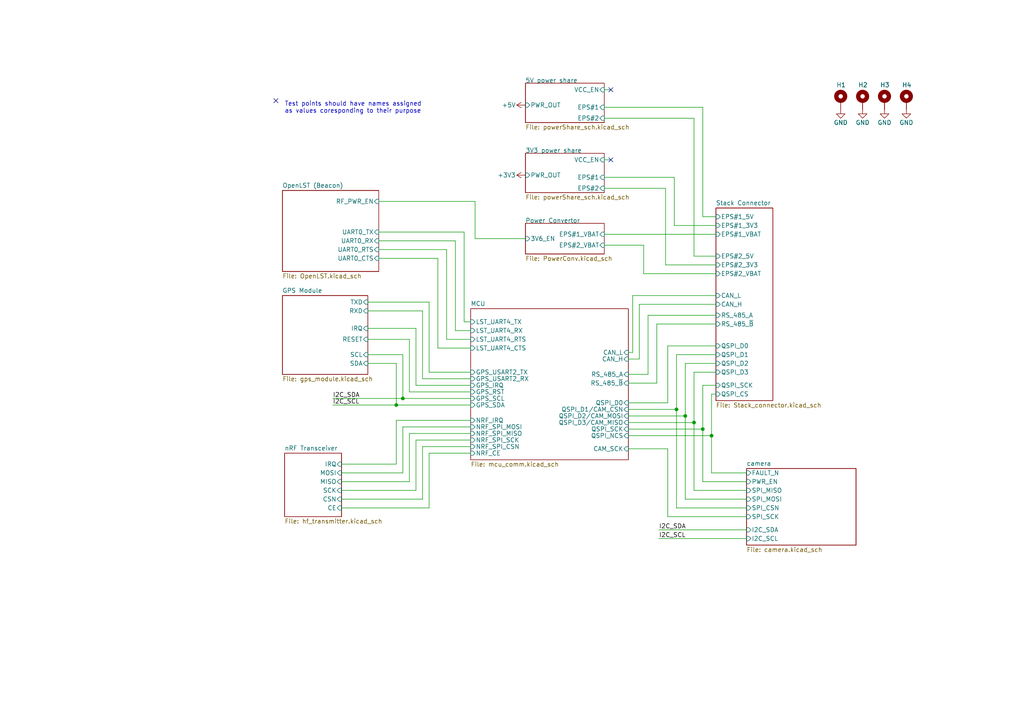
<source format=kicad_sch>
(kicad_sch (version 20211123) (generator eeschema)

  (uuid b0365847-75b4-4551-b23a-00058264c694)

  (paper "A4")

  (title_block
    (title "BUTCube - Communication Module")
    (date "2021-11-18")
    (rev "v0.2")
    (company "VUT - FIT(STRaDe) & FME(IAE & IPE)")
    (comment 1 "Author: Štěpán Rydlo")
  )

  (lib_symbols
    (symbol "Mechanical:MountingHole_Pad" (pin_numbers hide) (pin_names (offset 1.016) hide) (in_bom yes) (on_board yes)
      (property "Reference" "H" (id 0) (at 0 6.35 0)
        (effects (font (size 1.27 1.27)))
      )
      (property "Value" "MountingHole_Pad" (id 1) (at 0 4.445 0)
        (effects (font (size 1.27 1.27)))
      )
      (property "Footprint" "" (id 2) (at 0 0 0)
        (effects (font (size 1.27 1.27)) hide)
      )
      (property "Datasheet" "~" (id 3) (at 0 0 0)
        (effects (font (size 1.27 1.27)) hide)
      )
      (property "ki_keywords" "mounting hole" (id 4) (at 0 0 0)
        (effects (font (size 1.27 1.27)) hide)
      )
      (property "ki_description" "Mounting Hole with connection" (id 5) (at 0 0 0)
        (effects (font (size 1.27 1.27)) hide)
      )
      (property "ki_fp_filters" "MountingHole*Pad*" (id 6) (at 0 0 0)
        (effects (font (size 1.27 1.27)) hide)
      )
      (symbol "MountingHole_Pad_0_1"
        (circle (center 0 1.27) (radius 1.27)
          (stroke (width 1.27) (type default) (color 0 0 0 0))
          (fill (type none))
        )
      )
      (symbol "MountingHole_Pad_1_1"
        (pin input line (at 0 -2.54 90) (length 2.54)
          (name "1" (effects (font (size 1.27 1.27))))
          (number "1" (effects (font (size 1.27 1.27))))
        )
      )
    )
    (symbol "power:+3V3" (power) (pin_names (offset 0)) (in_bom yes) (on_board yes)
      (property "Reference" "#PWR" (id 0) (at 0 -3.81 0)
        (effects (font (size 1.27 1.27)) hide)
      )
      (property "Value" "+3V3" (id 1) (at 0 3.556 0)
        (effects (font (size 1.27 1.27)))
      )
      (property "Footprint" "" (id 2) (at 0 0 0)
        (effects (font (size 1.27 1.27)) hide)
      )
      (property "Datasheet" "" (id 3) (at 0 0 0)
        (effects (font (size 1.27 1.27)) hide)
      )
      (property "ki_keywords" "power-flag" (id 4) (at 0 0 0)
        (effects (font (size 1.27 1.27)) hide)
      )
      (property "ki_description" "Power symbol creates a global label with name \"+3V3\"" (id 5) (at 0 0 0)
        (effects (font (size 1.27 1.27)) hide)
      )
      (symbol "+3V3_0_1"
        (polyline
          (pts
            (xy -0.762 1.27)
            (xy 0 2.54)
          )
          (stroke (width 0) (type default) (color 0 0 0 0))
          (fill (type none))
        )
        (polyline
          (pts
            (xy 0 0)
            (xy 0 2.54)
          )
          (stroke (width 0) (type default) (color 0 0 0 0))
          (fill (type none))
        )
        (polyline
          (pts
            (xy 0 2.54)
            (xy 0.762 1.27)
          )
          (stroke (width 0) (type default) (color 0 0 0 0))
          (fill (type none))
        )
      )
      (symbol "+3V3_1_1"
        (pin power_in line (at 0 0 90) (length 0) hide
          (name "+3V3" (effects (font (size 1.27 1.27))))
          (number "1" (effects (font (size 1.27 1.27))))
        )
      )
    )
    (symbol "power:+5V" (power) (pin_names (offset 0)) (in_bom yes) (on_board yes)
      (property "Reference" "#PWR" (id 0) (at 0 -3.81 0)
        (effects (font (size 1.27 1.27)) hide)
      )
      (property "Value" "+5V" (id 1) (at 0 3.556 0)
        (effects (font (size 1.27 1.27)))
      )
      (property "Footprint" "" (id 2) (at 0 0 0)
        (effects (font (size 1.27 1.27)) hide)
      )
      (property "Datasheet" "" (id 3) (at 0 0 0)
        (effects (font (size 1.27 1.27)) hide)
      )
      (property "ki_keywords" "power-flag" (id 4) (at 0 0 0)
        (effects (font (size 1.27 1.27)) hide)
      )
      (property "ki_description" "Power symbol creates a global label with name \"+5V\"" (id 5) (at 0 0 0)
        (effects (font (size 1.27 1.27)) hide)
      )
      (symbol "+5V_0_1"
        (polyline
          (pts
            (xy -0.762 1.27)
            (xy 0 2.54)
          )
          (stroke (width 0) (type default) (color 0 0 0 0))
          (fill (type none))
        )
        (polyline
          (pts
            (xy 0 0)
            (xy 0 2.54)
          )
          (stroke (width 0) (type default) (color 0 0 0 0))
          (fill (type none))
        )
        (polyline
          (pts
            (xy 0 2.54)
            (xy 0.762 1.27)
          )
          (stroke (width 0) (type default) (color 0 0 0 0))
          (fill (type none))
        )
      )
      (symbol "+5V_1_1"
        (pin power_in line (at 0 0 90) (length 0) hide
          (name "+5V" (effects (font (size 1.27 1.27))))
          (number "1" (effects (font (size 1.27 1.27))))
        )
      )
    )
    (symbol "power:GND" (power) (pin_names (offset 0)) (in_bom yes) (on_board yes)
      (property "Reference" "#PWR" (id 0) (at 0 -6.35 0)
        (effects (font (size 1.27 1.27)) hide)
      )
      (property "Value" "GND" (id 1) (at 0 -3.81 0)
        (effects (font (size 1.27 1.27)))
      )
      (property "Footprint" "" (id 2) (at 0 0 0)
        (effects (font (size 1.27 1.27)) hide)
      )
      (property "Datasheet" "" (id 3) (at 0 0 0)
        (effects (font (size 1.27 1.27)) hide)
      )
      (property "ki_keywords" "power-flag" (id 4) (at 0 0 0)
        (effects (font (size 1.27 1.27)) hide)
      )
      (property "ki_description" "Power symbol creates a global label with name \"GND\" , ground" (id 5) (at 0 0 0)
        (effects (font (size 1.27 1.27)) hide)
      )
      (symbol "GND_0_1"
        (polyline
          (pts
            (xy 0 0)
            (xy 0 -1.27)
            (xy 1.27 -1.27)
            (xy 0 -2.54)
            (xy -1.27 -1.27)
            (xy 0 -1.27)
          )
          (stroke (width 0) (type default) (color 0 0 0 0))
          (fill (type none))
        )
      )
      (symbol "GND_1_1"
        (pin power_in line (at 0 0 270) (length 0) hide
          (name "GND" (effects (font (size 1.27 1.27))))
          (number "1" (effects (font (size 1.27 1.27))))
        )
      )
    )
  )

  (junction (at 201.295 122.555) (diameter 0) (color 0 0 0 0)
    (uuid 0148de41-30de-4a68-9e10-0a21c030e1f5)
  )
  (junction (at 198.755 120.65) (diameter 0) (color 0 0 0 0)
    (uuid 50b17ebb-b6ff-4301-b2eb-d76b1ec1b8f3)
  )
  (junction (at 206.375 126.365) (diameter 0) (color 0 0 0 0)
    (uuid 76d42ae8-4602-4e0d-8862-7b144bedc866)
  )
  (junction (at 114.935 117.475) (diameter 0) (color 0 0 0 0)
    (uuid b258f332-8f02-458b-bfab-05c86bee27e1)
  )
  (junction (at 196.215 118.745) (diameter 0) (color 0 0 0 0)
    (uuid b74e41dd-f508-4a56-b652-a86b1e5bbf28)
  )
  (junction (at 116.84 115.57) (diameter 0) (color 0 0 0 0)
    (uuid b7a10ced-ba66-49fb-882a-9c57602ff4bb)
  )
  (junction (at 203.835 124.46) (diameter 0) (color 0 0 0 0)
    (uuid ec71fced-d505-4a0f-ab7b-347c5f7d000f)
  )

  (no_connect (at 177.165 26.035) (uuid 7e972abc-b5e4-472d-bdf2-6b4a037b5ed8))
  (no_connect (at 177.165 46.355) (uuid e0388f35-d78d-4cd2-8090-2431e4757c80))
  (no_connect (at 80.01 29.21) (uuid e9bcfbc0-d836-4a0d-8574-c59d32b46636))

  (wire (pts (xy 118.745 125.73) (xy 118.745 139.7))
    (stroke (width 0) (type solid) (color 0 0 0 0))
    (uuid 011a88a9-9744-4fd6-b207-a0b1d1b4813c)
  )
  (wire (pts (xy 99.06 139.7) (xy 118.745 139.7))
    (stroke (width 0) (type solid) (color 0 0 0 0))
    (uuid 011a88a9-9744-4fd6-b207-a0b1d1b4813d)
  )
  (wire (pts (xy 136.525 125.73) (xy 118.745 125.73))
    (stroke (width 0) (type solid) (color 0 0 0 0))
    (uuid 011a88a9-9744-4fd6-b207-a0b1d1b4813e)
  )
  (wire (pts (xy 106.68 102.87) (xy 116.84 102.87))
    (stroke (width 0) (type default) (color 0 0 0 0))
    (uuid 0307af29-9986-4534-a9c5-20dedce00450)
  )
  (wire (pts (xy 114.935 105.41) (xy 114.935 117.475))
    (stroke (width 0) (type solid) (color 0 0 0 0))
    (uuid 03f3e314-0df1-47ee-9322-0bf8c1f8bb78)
  )
  (wire (pts (xy 114.935 117.475) (xy 136.525 117.475))
    (stroke (width 0) (type solid) (color 0 0 0 0))
    (uuid 03f3e314-0df1-47ee-9322-0bf8c1f8bb79)
  )
  (wire (pts (xy 216.535 139.7) (xy 203.835 139.7))
    (stroke (width 0) (type default) (color 0 0 0 0))
    (uuid 07a0605b-3098-4d92-a048-0175a82f47ed)
  )
  (wire (pts (xy 193.675 149.86) (xy 216.535 149.86))
    (stroke (width 0) (type default) (color 0 0 0 0))
    (uuid 0cacba46-f89b-4577-b9c3-d3fa321fbb16)
  )
  (wire (pts (xy 109.855 58.42) (xy 137.795 58.42))
    (stroke (width 0) (type solid) (color 0 0 0 0))
    (uuid 119e5295-a85a-4431-93d3-910b4d5d9b25)
  )
  (wire (pts (xy 137.795 69.215) (xy 137.795 58.42))
    (stroke (width 0) (type solid) (color 0 0 0 0))
    (uuid 119e5295-a85a-4431-93d3-910b4d5d9b26)
  )
  (wire (pts (xy 152.4 69.215) (xy 137.795 69.215))
    (stroke (width 0) (type solid) (color 0 0 0 0))
    (uuid 119e5295-a85a-4431-93d3-910b4d5d9b27)
  )
  (wire (pts (xy 183.515 85.725) (xy 183.515 102.235))
    (stroke (width 0) (type default) (color 0 0 0 0))
    (uuid 19ca5c30-51d7-407f-8f6b-5abda8df4b96)
  )
  (wire (pts (xy 207.645 114.3) (xy 206.375 114.3))
    (stroke (width 0) (type solid) (color 0 0 0 0))
    (uuid 1e51b69e-e95b-4803-8634-846cfedd19f2)
  )
  (wire (pts (xy 124.46 87.63) (xy 106.68 87.63))
    (stroke (width 0) (type solid) (color 0 0 0 0))
    (uuid 24ff1e70-fa93-4e3d-bc6c-90bd75dd4dbd)
  )
  (wire (pts (xy 124.46 107.95) (xy 124.46 87.63))
    (stroke (width 0) (type solid) (color 0 0 0 0))
    (uuid 24ff1e70-fa93-4e3d-bc6c-90bd75dd4dbe)
  )
  (wire (pts (xy 136.525 107.95) (xy 124.46 107.95))
    (stroke (width 0) (type solid) (color 0 0 0 0))
    (uuid 24ff1e70-fa93-4e3d-bc6c-90bd75dd4dbf)
  )
  (wire (pts (xy 116.84 115.57) (xy 116.84 102.87))
    (stroke (width 0) (type solid) (color 0 0 0 0))
    (uuid 27196cbf-5d81-46de-9c34-31e8240d1e26)
  )
  (wire (pts (xy 136.525 115.57) (xy 116.84 115.57))
    (stroke (width 0) (type solid) (color 0 0 0 0))
    (uuid 27196cbf-5d81-46de-9c34-31e8240d1e27)
  )
  (wire (pts (xy 109.855 69.85) (xy 132.08 69.85))
    (stroke (width 0) (type solid) (color 0 0 0 0))
    (uuid 27fefa93-155a-45a7-ba25-f32e809ec969)
  )
  (wire (pts (xy 132.08 69.85) (xy 132.08 95.885))
    (stroke (width 0) (type solid) (color 0 0 0 0))
    (uuid 27fefa93-155a-45a7-ba25-f32e809ec96a)
  )
  (wire (pts (xy 132.08 95.885) (xy 136.525 95.885))
    (stroke (width 0) (type solid) (color 0 0 0 0))
    (uuid 27fefa93-155a-45a7-ba25-f32e809ec96b)
  )
  (wire (pts (xy 109.855 74.93) (xy 127 74.93))
    (stroke (width 0) (type solid) (color 0 0 0 0))
    (uuid 2c4e0d6b-b9fe-43a8-bf65-f8acd4ba16f1)
  )
  (wire (pts (xy 127 74.93) (xy 127 100.965))
    (stroke (width 0) (type solid) (color 0 0 0 0))
    (uuid 2c4e0d6b-b9fe-43a8-bf65-f8acd4ba16f2)
  )
  (wire (pts (xy 127 100.965) (xy 136.525 100.965))
    (stroke (width 0) (type solid) (color 0 0 0 0))
    (uuid 2c4e0d6b-b9fe-43a8-bf65-f8acd4ba16f3)
  )
  (wire (pts (xy 114.935 121.92) (xy 136.525 121.92))
    (stroke (width 0) (type default) (color 0 0 0 0))
    (uuid 2fadf9a1-f8fa-414c-814c-1807e984bcbb)
  )
  (wire (pts (xy 182.245 118.745) (xy 196.215 118.745))
    (stroke (width 0) (type default) (color 0 0 0 0))
    (uuid 3153e937-42d1-48f4-aa7b-ab5a09b52018)
  )
  (wire (pts (xy 203.835 111.76) (xy 207.645 111.76))
    (stroke (width 0) (type solid) (color 0 0 0 0))
    (uuid 3229c0a7-4e4a-4894-9bab-8ba21756b086)
  )
  (wire (pts (xy 203.835 124.46) (xy 203.835 111.76))
    (stroke (width 0) (type solid) (color 0 0 0 0))
    (uuid 3229c0a7-4e4a-4894-9bab-8ba21756b087)
  )
  (wire (pts (xy 190.5 93.98) (xy 207.645 93.98))
    (stroke (width 0) (type solid) (color 0 0 0 0))
    (uuid 3bfdb1ac-54e7-4a65-a7ad-02d4f6f9ce72)
  )
  (wire (pts (xy 190.5 111.125) (xy 190.5 93.98))
    (stroke (width 0) (type solid) (color 0 0 0 0))
    (uuid 3bfdb1ac-54e7-4a65-a7ad-02d4f6f9ce73)
  )
  (wire (pts (xy 201.295 34.29) (xy 175.26 34.29))
    (stroke (width 0) (type solid) (color 0 0 0 0))
    (uuid 523d2adc-9f89-479e-9438-442927bda6e3)
  )
  (wire (pts (xy 201.295 74.295) (xy 201.295 34.29))
    (stroke (width 0) (type solid) (color 0 0 0 0))
    (uuid 523d2adc-9f89-479e-9438-442927bda6e4)
  )
  (wire (pts (xy 114.935 134.62) (xy 114.935 121.92))
    (stroke (width 0) (type default) (color 0 0 0 0))
    (uuid 5555ea5b-9813-4011-82a4-8d6a7a8ab58e)
  )
  (wire (pts (xy 175.26 67.945) (xy 207.645 67.945))
    (stroke (width 0) (type solid) (color 0 0 0 0))
    (uuid 596b2192-9feb-4e0d-8b3d-9cb36b6dd61f)
  )
  (wire (pts (xy 122.555 129.54) (xy 122.555 144.78))
    (stroke (width 0) (type solid) (color 0 0 0 0))
    (uuid 5e7d2214-c754-498d-9d8e-753be2785ad3)
  )
  (wire (pts (xy 99.06 144.78) (xy 122.555 144.78))
    (stroke (width 0) (type solid) (color 0 0 0 0))
    (uuid 5e7d2214-c754-498d-9d8e-753be2785ad4)
  )
  (wire (pts (xy 136.525 129.54) (xy 122.555 129.54))
    (stroke (width 0) (type solid) (color 0 0 0 0))
    (uuid 5e7d2214-c754-498d-9d8e-753be2785ad5)
  )
  (wire (pts (xy 106.68 90.17) (xy 122.555 90.17))
    (stroke (width 0) (type solid) (color 0 0 0 0))
    (uuid 604a2be0-2ac6-4bac-8404-91b1a61925d0)
  )
  (wire (pts (xy 122.555 90.17) (xy 122.555 109.855))
    (stroke (width 0) (type solid) (color 0 0 0 0))
    (uuid 604a2be0-2ac6-4bac-8404-91b1a61925d1)
  )
  (wire (pts (xy 122.555 109.855) (xy 136.525 109.855))
    (stroke (width 0) (type solid) (color 0 0 0 0))
    (uuid 604a2be0-2ac6-4bac-8404-91b1a61925d2)
  )
  (wire (pts (xy 193.04 54.61) (xy 175.26 54.61))
    (stroke (width 0) (type solid) (color 0 0 0 0))
    (uuid 620f3ec6-899c-4c8c-a5c5-20605c7f0f44)
  )
  (wire (pts (xy 193.04 76.835) (xy 193.04 54.61))
    (stroke (width 0) (type solid) (color 0 0 0 0))
    (uuid 620f3ec6-899c-4c8c-a5c5-20605c7f0f45)
  )
  (wire (pts (xy 207.645 76.835) (xy 193.04 76.835))
    (stroke (width 0) (type solid) (color 0 0 0 0))
    (uuid 620f3ec6-899c-4c8c-a5c5-20605c7f0f46)
  )
  (wire (pts (xy 206.375 114.3) (xy 206.375 126.365))
    (stroke (width 0) (type solid) (color 0 0 0 0))
    (uuid 626db29b-b8f5-4340-8f5a-56eb4fa25e4b)
  )
  (wire (pts (xy 201.295 142.24) (xy 201.295 122.555))
    (stroke (width 0) (type default) (color 0 0 0 0))
    (uuid 65ee83e4-4047-4443-85f4-e0e4ac612a8b)
  )
  (wire (pts (xy 182.245 124.46) (xy 203.835 124.46))
    (stroke (width 0) (type default) (color 0 0 0 0))
    (uuid 6607fa26-864b-4717-a706-f3bea0d53a16)
  )
  (wire (pts (xy 216.535 142.24) (xy 201.295 142.24))
    (stroke (width 0) (type default) (color 0 0 0 0))
    (uuid 6e538ab5-8e9f-4072-ab6d-df2c8e32870a)
  )
  (wire (pts (xy 201.295 107.95) (xy 201.295 122.555))
    (stroke (width 0) (type solid) (color 0 0 0 0))
    (uuid 6f0729de-8866-47bf-bd4d-747c49d46fb7)
  )
  (wire (pts (xy 182.245 120.65) (xy 198.755 120.65))
    (stroke (width 0) (type default) (color 0 0 0 0))
    (uuid 7160ab2c-a11b-4dfe-bd18-0873d5ebe8ea)
  )
  (wire (pts (xy 120.65 95.25) (xy 106.68 95.25))
    (stroke (width 0) (type solid) (color 0 0 0 0))
    (uuid 729ad21a-4893-4e4a-b8e6-c312fabafa49)
  )
  (wire (pts (xy 120.65 111.76) (xy 120.65 95.25))
    (stroke (width 0) (type solid) (color 0 0 0 0))
    (uuid 729ad21a-4893-4e4a-b8e6-c312fabafa4a)
  )
  (wire (pts (xy 136.525 111.76) (xy 120.65 111.76))
    (stroke (width 0) (type solid) (color 0 0 0 0))
    (uuid 729ad21a-4893-4e4a-b8e6-c312fabafa4b)
  )
  (wire (pts (xy 198.755 120.65) (xy 198.755 144.78))
    (stroke (width 0) (type default) (color 0 0 0 0))
    (uuid 768b12c6-4a3d-4534-87ab-572271df4a49)
  )
  (wire (pts (xy 106.68 98.425) (xy 118.745 98.425))
    (stroke (width 0) (type solid) (color 0 0 0 0))
    (uuid 773b6ee7-5ff4-4dbf-a8da-ef686944ecb8)
  )
  (wire (pts (xy 118.745 98.425) (xy 118.745 113.665))
    (stroke (width 0) (type solid) (color 0 0 0 0))
    (uuid 773b6ee7-5ff4-4dbf-a8da-ef686944ecb9)
  )
  (wire (pts (xy 118.745 113.665) (xy 136.525 113.665))
    (stroke (width 0) (type solid) (color 0 0 0 0))
    (uuid 773b6ee7-5ff4-4dbf-a8da-ef686944ecba)
  )
  (wire (pts (xy 96.52 115.57) (xy 116.84 115.57))
    (stroke (width 0) (type default) (color 0 0 0 0))
    (uuid 7afa486a-0e56-4172-8f24-626e1708aeb0)
  )
  (wire (pts (xy 186.69 71.12) (xy 175.26 71.12))
    (stroke (width 0) (type solid) (color 0 0 0 0))
    (uuid 7b501068-0c00-4ddb-a558-76010e38bc7b)
  )
  (wire (pts (xy 186.69 79.375) (xy 186.69 71.12))
    (stroke (width 0) (type solid) (color 0 0 0 0))
    (uuid 7b501068-0c00-4ddb-a558-76010e38bc7c)
  )
  (wire (pts (xy 207.645 79.375) (xy 186.69 79.375))
    (stroke (width 0) (type solid) (color 0 0 0 0))
    (uuid 7b501068-0c00-4ddb-a558-76010e38bc7d)
  )
  (wire (pts (xy 99.06 142.24) (xy 120.65 142.24))
    (stroke (width 0) (type default) (color 0 0 0 0))
    (uuid 7b83276f-f462-4514-95ff-1223c1639903)
  )
  (wire (pts (xy 185.42 88.265) (xy 207.645 88.265))
    (stroke (width 0) (type solid) (color 0 0 0 0))
    (uuid 7f1e3549-75cf-4150-b904-bf03cd89dafc)
  )
  (wire (pts (xy 185.42 104.14) (xy 185.42 88.265))
    (stroke (width 0) (type solid) (color 0 0 0 0))
    (uuid 7f1e3549-75cf-4150-b904-bf03cd89dafd)
  )
  (wire (pts (xy 182.245 108.585) (xy 187.96 108.585))
    (stroke (width 0) (type default) (color 0 0 0 0))
    (uuid 7f7b9f75-540d-42c0-bb4c-31a32d065abb)
  )
  (wire (pts (xy 182.245 116.84) (xy 193.675 116.84))
    (stroke (width 0) (type default) (color 0 0 0 0))
    (uuid 8680339f-bb5d-417a-ac35-e5da4a9ef53c)
  )
  (wire (pts (xy 206.375 137.16) (xy 206.375 126.365))
    (stroke (width 0) (type default) (color 0 0 0 0))
    (uuid 897b62dd-396f-4905-a4a9-d8e6c7b10940)
  )
  (wire (pts (xy 203.835 124.46) (xy 203.835 139.7))
    (stroke (width 0) (type default) (color 0 0 0 0))
    (uuid 8b0a1459-9ad6-4ee3-8869-a790e482f74b)
  )
  (wire (pts (xy 114.935 117.475) (xy 96.52 117.475))
    (stroke (width 0) (type default) (color 0 0 0 0))
    (uuid 8ed82999-bbf5-4735-9368-219af62c12cd)
  )
  (wire (pts (xy 187.96 91.44) (xy 207.645 91.44))
    (stroke (width 0) (type solid) (color 0 0 0 0))
    (uuid 9300f528-e2fb-4fa4-9f23-b694fa418e2d)
  )
  (wire (pts (xy 187.96 108.585) (xy 187.96 91.44))
    (stroke (width 0) (type solid) (color 0 0 0 0))
    (uuid 9300f528-e2fb-4fa4-9f23-b694fa418e2e)
  )
  (wire (pts (xy 182.245 130.175) (xy 193.675 130.175))
    (stroke (width 0) (type default) (color 0 0 0 0))
    (uuid a335a4b7-e15c-4a20-9a4f-0618266f57c2)
  )
  (wire (pts (xy 177.165 26.035) (xy 175.26 26.035))
    (stroke (width 0) (type solid) (color 0 0 0 0))
    (uuid a84e3f86-a6be-46ba-b435-83fe9ebfbe14)
  )
  (wire (pts (xy 120.65 127.635) (xy 136.525 127.635))
    (stroke (width 0) (type default) (color 0 0 0 0))
    (uuid ac677f01-af64-41d7-b6fa-28593b218a9f)
  )
  (wire (pts (xy 177.165 46.355) (xy 175.26 46.355))
    (stroke (width 0) (type solid) (color 0 0 0 0))
    (uuid ad7c2512-9a9a-4635-9511-22bf0c56aa36)
  )
  (wire (pts (xy 193.675 130.175) (xy 193.675 149.86))
    (stroke (width 0) (type default) (color 0 0 0 0))
    (uuid af081394-9136-408e-a7be-4427fa7f7ab1)
  )
  (wire (pts (xy 216.535 137.16) (xy 206.375 137.16))
    (stroke (width 0) (type default) (color 0 0 0 0))
    (uuid b1a906ed-d994-497e-95c5-bce919c8badf)
  )
  (wire (pts (xy 182.245 122.555) (xy 201.295 122.555))
    (stroke (width 0) (type default) (color 0 0 0 0))
    (uuid b1cd133d-0d2c-4797-aa77-d786bb1f07ee)
  )
  (wire (pts (xy 182.245 126.365) (xy 206.375 126.365))
    (stroke (width 0) (type default) (color 0 0 0 0))
    (uuid b49308a3-e4b7-44ef-9568-7c07e7ae3b7a)
  )
  (wire (pts (xy 106.68 105.41) (xy 114.935 105.41))
    (stroke (width 0) (type default) (color 0 0 0 0))
    (uuid b7482f4c-5bd2-4787-9a12-5fde9bdc529a)
  )
  (wire (pts (xy 196.215 102.87) (xy 196.215 118.745))
    (stroke (width 0) (type solid) (color 0 0 0 0))
    (uuid c0d704ee-7d4c-4ec6-ad40-0c8f0c4822d0)
  )
  (wire (pts (xy 196.215 118.745) (xy 196.215 147.32))
    (stroke (width 0) (type default) (color 0 0 0 0))
    (uuid c1dd163c-2e20-4175-b905-e2869d2e026a)
  )
  (wire (pts (xy 129.54 72.39) (xy 109.855 72.39))
    (stroke (width 0) (type solid) (color 0 0 0 0))
    (uuid c387e3d0-716f-41bc-b8af-31cacb425d6b)
  )
  (wire (pts (xy 129.54 98.425) (xy 129.54 72.39))
    (stroke (width 0) (type solid) (color 0 0 0 0))
    (uuid c387e3d0-716f-41bc-b8af-31cacb425d6c)
  )
  (wire (pts (xy 136.525 98.425) (xy 129.54 98.425))
    (stroke (width 0) (type solid) (color 0 0 0 0))
    (uuid c387e3d0-716f-41bc-b8af-31cacb425d6d)
  )
  (wire (pts (xy 120.65 127.635) (xy 120.65 142.24))
    (stroke (width 0) (type default) (color 0 0 0 0))
    (uuid c784258b-3e4a-4a7d-9c85-881448061401)
  )
  (wire (pts (xy 203.835 62.865) (xy 207.645 62.865))
    (stroke (width 0) (type solid) (color 0 0 0 0))
    (uuid cbb34dc9-415e-4b82-b195-eaf9cab80c9c)
  )
  (wire (pts (xy 196.215 147.32) (xy 216.535 147.32))
    (stroke (width 0) (type default) (color 0 0 0 0))
    (uuid ce6a71ed-3c35-4370-9bc6-81a250a314e0)
  )
  (wire (pts (xy 116.84 123.825) (xy 116.84 137.16))
    (stroke (width 0) (type solid) (color 0 0 0 0))
    (uuid ce79c2a4-e3da-476c-b1f0-932a2b5ffd56)
  )
  (wire (pts (xy 99.06 137.16) (xy 116.84 137.16))
    (stroke (width 0) (type solid) (color 0 0 0 0))
    (uuid ce79c2a4-e3da-476c-b1f0-932a2b5ffd57)
  )
  (wire (pts (xy 136.525 123.825) (xy 116.84 123.825))
    (stroke (width 0) (type solid) (color 0 0 0 0))
    (uuid ce79c2a4-e3da-476c-b1f0-932a2b5ffd58)
  )
  (wire (pts (xy 191.135 156.21) (xy 216.535 156.21))
    (stroke (width 0) (type default) (color 0 0 0 0))
    (uuid d81f8a9a-6b13-4b92-a3cb-feceaa20e481)
  )
  (wire (pts (xy 182.245 102.235) (xy 183.515 102.235))
    (stroke (width 0) (type default) (color 0 0 0 0))
    (uuid dd9ab887-e874-4882-89da-07a6c20efd79)
  )
  (wire (pts (xy 195.58 51.435) (xy 175.26 51.435))
    (stroke (width 0) (type solid) (color 0 0 0 0))
    (uuid de0cce16-7ffe-48d0-a744-be2528b24064)
  )
  (wire (pts (xy 195.58 65.405) (xy 195.58 51.435))
    (stroke (width 0) (type solid) (color 0 0 0 0))
    (uuid de0cce16-7ffe-48d0-a744-be2528b24065)
  )
  (wire (pts (xy 207.645 65.405) (xy 195.58 65.405))
    (stroke (width 0) (type solid) (color 0 0 0 0))
    (uuid de0cce16-7ffe-48d0-a744-be2528b24066)
  )
  (wire (pts (xy 198.755 144.78) (xy 216.535 144.78))
    (stroke (width 0) (type default) (color 0 0 0 0))
    (uuid dffb3859-81d8-43ac-87d2-8c5e00d5f308)
  )
  (wire (pts (xy 207.645 102.87) (xy 196.215 102.87))
    (stroke (width 0) (type solid) (color 0 0 0 0))
    (uuid e0481b58-2b73-4702-a5cb-5f04f5773190)
  )
  (wire (pts (xy 207.645 107.95) (xy 201.295 107.95))
    (stroke (width 0) (type solid) (color 0 0 0 0))
    (uuid e0aef600-a5d5-4558-86a6-916223e9d43a)
  )
  (wire (pts (xy 99.06 134.62) (xy 114.935 134.62))
    (stroke (width 0) (type default) (color 0 0 0 0))
    (uuid e417ce78-eb2b-4973-ac18-72890bc68cdc)
  )
  (wire (pts (xy 193.675 100.33) (xy 207.645 100.33))
    (stroke (width 0) (type solid) (color 0 0 0 0))
    (uuid e758f2be-8b19-41d0-94eb-cd21598edccc)
  )
  (wire (pts (xy 193.675 116.84) (xy 193.675 100.33))
    (stroke (width 0) (type solid) (color 0 0 0 0))
    (uuid e758f2be-8b19-41d0-94eb-cd21598edccd)
  )
  (wire (pts (xy 191.135 153.67) (xy 216.535 153.67))
    (stroke (width 0) (type default) (color 0 0 0 0))
    (uuid e8f4d1c0-d9c9-425b-bd2c-7ad5392bad38)
  )
  (wire (pts (xy 203.835 31.115) (xy 175.26 31.115))
    (stroke (width 0) (type solid) (color 0 0 0 0))
    (uuid e91768f6-08d5-4908-bd21-c231a3135528)
  )
  (wire (pts (xy 203.835 62.865) (xy 203.835 31.115))
    (stroke (width 0) (type solid) (color 0 0 0 0))
    (uuid e91768f6-08d5-4908-bd21-c231a3135529)
  )
  (wire (pts (xy 124.46 131.445) (xy 124.46 147.32))
    (stroke (width 0) (type solid) (color 0 0 0 0))
    (uuid ecadd32c-a6ff-4607-bcf4-bb0ee939f3f6)
  )
  (wire (pts (xy 99.06 147.32) (xy 124.46 147.32))
    (stroke (width 0) (type solid) (color 0 0 0 0))
    (uuid ecadd32c-a6ff-4607-bcf4-bb0ee939f3f7)
  )
  (wire (pts (xy 136.525 131.445) (xy 124.46 131.445))
    (stroke (width 0) (type solid) (color 0 0 0 0))
    (uuid ecadd32c-a6ff-4607-bcf4-bb0ee939f3f8)
  )
  (wire (pts (xy 201.295 74.295) (xy 207.645 74.295))
    (stroke (width 0) (type solid) (color 0 0 0 0))
    (uuid edd5ca1a-ab30-4313-9ddd-b7069f03afe0)
  )
  (wire (pts (xy 134.62 67.31) (xy 109.855 67.31))
    (stroke (width 0) (type solid) (color 0 0 0 0))
    (uuid f140d70a-40de-49b5-a8b8-ebd9531379b0)
  )
  (wire (pts (xy 134.62 93.345) (xy 134.62 67.31))
    (stroke (width 0) (type solid) (color 0 0 0 0))
    (uuid f140d70a-40de-49b5-a8b8-ebd9531379b1)
  )
  (wire (pts (xy 136.525 93.345) (xy 134.62 93.345))
    (stroke (width 0) (type solid) (color 0 0 0 0))
    (uuid f140d70a-40de-49b5-a8b8-ebd9531379b2)
  )
  (wire (pts (xy 198.755 105.41) (xy 207.645 105.41))
    (stroke (width 0) (type solid) (color 0 0 0 0))
    (uuid f2c36559-94b2-45b4-ae0e-27748f7dff8e)
  )
  (wire (pts (xy 198.755 120.65) (xy 198.755 105.41))
    (stroke (width 0) (type solid) (color 0 0 0 0))
    (uuid f2c36559-94b2-45b4-ae0e-27748f7dff8f)
  )
  (wire (pts (xy 182.245 111.125) (xy 190.5 111.125))
    (stroke (width 0) (type default) (color 0 0 0 0))
    (uuid f96395b7-7802-481a-82a4-1382daa8e45b)
  )
  (wire (pts (xy 182.245 104.14) (xy 185.42 104.14))
    (stroke (width 0) (type default) (color 0 0 0 0))
    (uuid feec861b-a0a8-426a-9539-26f3d3930030)
  )
  (wire (pts (xy 183.515 85.725) (xy 207.645 85.725))
    (stroke (width 0) (type solid) (color 0 0 0 0))
    (uuid ffa680a2-d226-43c1-a4d4-7a2d9cef0467)
  )

  (text "Test points should have names assigned\nas values coresponding to their purpose"
    (at 82.55 33.02 0)
    (effects (font (size 1.27 1.27)) (justify left bottom))
    (uuid 46c8c9fa-d5b6-4418-93a2-c36120b23bc7)
  )

  (label "I2C_SCL" (at 96.52 117.475 0)
    (effects (font (size 1.27 1.27)) (justify left bottom))
    (uuid 207f2905-5ca1-4b43-8539-f4687aa1d572)
  )
  (label "I2C_SCL" (at 191.135 156.21 0)
    (effects (font (size 1.27 1.27)) (justify left bottom))
    (uuid 463704cb-501e-4230-aa5c-8c993ee7d28d)
  )
  (label "I2C_SDA" (at 96.52 115.57 0)
    (effects (font (size 1.27 1.27)) (justify left bottom))
    (uuid 5dc89024-04f8-4b2e-8172-585052f51b7e)
  )
  (label "I2C_SDA" (at 191.135 153.67 0)
    (effects (font (size 1.27 1.27)) (justify left bottom))
    (uuid 5e78fcde-3273-4b2a-8cbf-c4703169edf7)
  )

  (symbol (lib_id "power:GND") (at 256.54 31.75 0) (unit 1)
    (in_bom yes) (on_board yes) (fields_autoplaced)
    (uuid 017f429e-cd7c-406c-a4a1-7fe7736ce613)
    (property "Reference" "#PWR04" (id 0) (at 256.54 38.1 0)
      (effects (font (size 1.27 1.27)) hide)
    )
    (property "Value" "GND" (id 1) (at 256.54 35.56 0))
    (property "Footprint" "" (id 2) (at 256.54 31.75 0)
      (effects (font (size 1.27 1.27)) hide)
    )
    (property "Datasheet" "" (id 3) (at 256.54 31.75 0)
      (effects (font (size 1.27 1.27)) hide)
    )
    (pin "1" (uuid ec1b84ce-53f7-456b-9eb8-5850e06a3e20))
  )

  (symbol (lib_id "Mechanical:MountingHole_Pad") (at 243.84 29.21 0) (unit 1)
    (in_bom yes) (on_board yes)
    (uuid 0381fb4d-59d0-4589-bc53-b07b95675866)
    (property "Reference" "H1" (id 0) (at 242.57 24.6379 0)
      (effects (font (size 1.27 1.27)) (justify left))
    )
    (property "Value" "MountingHole_Pad" (id 1) (at 243.84 24.765 0)
      (effects (font (size 1.27 1.27)) hide)
    )
    (property "Footprint" "MountingHole:MountingHole_3.2mm_M3_Pad_Via" (id 2) (at 243.84 29.21 0)
      (effects (font (size 1.27 1.27)) hide)
    )
    (property "Datasheet" "~" (id 3) (at 243.84 29.21 0)
      (effects (font (size 1.27 1.27)) hide)
    )
    (pin "1" (uuid 5c65717e-0df2-486c-9e21-7f4b500dd028))
  )

  (symbol (lib_id "power:GND") (at 262.89 31.75 0) (unit 1)
    (in_bom yes) (on_board yes) (fields_autoplaced)
    (uuid 19cc25fc-16a5-4446-a630-649c943c56e7)
    (property "Reference" "#PWR05" (id 0) (at 262.89 38.1 0)
      (effects (font (size 1.27 1.27)) hide)
    )
    (property "Value" "GND" (id 1) (at 262.89 35.56 0))
    (property "Footprint" "" (id 2) (at 262.89 31.75 0)
      (effects (font (size 1.27 1.27)) hide)
    )
    (property "Datasheet" "" (id 3) (at 262.89 31.75 0)
      (effects (font (size 1.27 1.27)) hide)
    )
    (pin "1" (uuid 4a24e754-4011-4a52-956b-6fa57cc5eec2))
  )

  (symbol (lib_id "power:GND") (at 250.19 31.75 0) (unit 1)
    (in_bom yes) (on_board yes) (fields_autoplaced)
    (uuid 58a7ed85-89c7-4edf-b1b8-05ae64bae94a)
    (property "Reference" "#PWR03" (id 0) (at 250.19 38.1 0)
      (effects (font (size 1.27 1.27)) hide)
    )
    (property "Value" "GND" (id 1) (at 250.19 35.56 0))
    (property "Footprint" "" (id 2) (at 250.19 31.75 0)
      (effects (font (size 1.27 1.27)) hide)
    )
    (property "Datasheet" "" (id 3) (at 250.19 31.75 0)
      (effects (font (size 1.27 1.27)) hide)
    )
    (pin "1" (uuid 5a1759c8-4b92-4af1-8633-d65c62e21708))
  )

  (symbol (lib_id "Mechanical:MountingHole_Pad") (at 256.54 29.21 0) (unit 1)
    (in_bom yes) (on_board yes)
    (uuid 5a09aeca-f192-4b56-9995-31939ba9dcc1)
    (property "Reference" "H3" (id 0) (at 255.27 24.6379 0)
      (effects (font (size 1.27 1.27)) (justify left))
    )
    (property "Value" "MountingHole_Pad" (id 1) (at 256.54 24.765 0)
      (effects (font (size 1.27 1.27)) hide)
    )
    (property "Footprint" "MountingHole:MountingHole_3.2mm_M3_Pad_Via" (id 2) (at 256.54 29.21 0)
      (effects (font (size 1.27 1.27)) hide)
    )
    (property "Datasheet" "~" (id 3) (at 256.54 29.21 0)
      (effects (font (size 1.27 1.27)) hide)
    )
    (pin "1" (uuid e3669a03-a521-4a43-9583-8906e7dc79f7))
  )

  (symbol (lib_id "power:GND") (at 243.84 31.75 0) (unit 1)
    (in_bom yes) (on_board yes) (fields_autoplaced)
    (uuid 5dfc83ee-ed6a-4a42-a1d1-3142b7ed0571)
    (property "Reference" "#PWR01" (id 0) (at 243.84 38.1 0)
      (effects (font (size 1.27 1.27)) hide)
    )
    (property "Value" "GND" (id 1) (at 243.84 35.56 0))
    (property "Footprint" "" (id 2) (at 243.84 31.75 0)
      (effects (font (size 1.27 1.27)) hide)
    )
    (property "Datasheet" "" (id 3) (at 243.84 31.75 0)
      (effects (font (size 1.27 1.27)) hide)
    )
    (pin "1" (uuid 83bf526a-19ac-4584-8164-932c5326c122))
  )

  (symbol (lib_id "power:+5V") (at 152.4 30.48 90) (unit 1)
    (in_bom yes) (on_board yes)
    (uuid 773a9280-c52d-431e-8da0-28faaf5b90ec)
    (property "Reference" "#PWR0140" (id 0) (at 156.21 30.48 0)
      (effects (font (size 1.27 1.27)) hide)
    )
    (property "Value" "+5V" (id 1) (at 147.574 30.48 90))
    (property "Footprint" "" (id 2) (at 152.4 30.48 0)
      (effects (font (size 1.27 1.27)) hide)
    )
    (property "Datasheet" "" (id 3) (at 152.4 30.48 0)
      (effects (font (size 1.27 1.27)) hide)
    )
    (pin "1" (uuid 47f5475a-42ec-4930-8ffb-6d1b68b7e2c0))
  )

  (symbol (lib_id "Mechanical:MountingHole_Pad") (at 250.19 29.21 0) (unit 1)
    (in_bom yes) (on_board yes)
    (uuid 7c02ee38-e45b-4ffd-9ff3-75be2519ef11)
    (property "Reference" "H2" (id 0) (at 248.92 24.6379 0)
      (effects (font (size 1.27 1.27)) (justify left))
    )
    (property "Value" "MountingHole_Pad" (id 1) (at 250.19 24.765 0)
      (effects (font (size 1.27 1.27)) hide)
    )
    (property "Footprint" "MountingHole:MountingHole_3.2mm_M3_Pad_Via" (id 2) (at 250.19 29.21 0)
      (effects (font (size 1.27 1.27)) hide)
    )
    (property "Datasheet" "~" (id 3) (at 250.19 29.21 0)
      (effects (font (size 1.27 1.27)) hide)
    )
    (pin "1" (uuid 3eb38e0b-717c-41db-bcf1-ffdb9282b265))
  )

  (symbol (lib_id "Mechanical:MountingHole_Pad") (at 262.89 29.21 0) (unit 1)
    (in_bom yes) (on_board yes)
    (uuid a77c42d5-c673-424c-8d14-fc4144ff5e37)
    (property "Reference" "H4" (id 0) (at 261.62 24.6379 0)
      (effects (font (size 1.27 1.27)) (justify left))
    )
    (property "Value" "MountingHole_Pad" (id 1) (at 262.89 24.765 0)
      (effects (font (size 1.27 1.27)) hide)
    )
    (property "Footprint" "MountingHole:MountingHole_3.2mm_M3_Pad_Via" (id 2) (at 262.89 29.21 0)
      (effects (font (size 1.27 1.27)) hide)
    )
    (property "Datasheet" "~" (id 3) (at 262.89 29.21 0)
      (effects (font (size 1.27 1.27)) hide)
    )
    (pin "1" (uuid fd7f5f0c-acf9-4d51-8888-bb623fbecd45))
  )

  (symbol (lib_id "power:+3V3") (at 152.4 50.8 90) (unit 1)
    (in_bom yes) (on_board yes)
    (uuid ae2ea8bd-aebb-4954-9d6b-93648cea404c)
    (property "Reference" "#PWR0145" (id 0) (at 156.21 50.8 0)
      (effects (font (size 1.27 1.27)) hide)
    )
    (property "Value" "+3V3" (id 1) (at 146.939 50.8 90))
    (property "Footprint" "" (id 2) (at 152.4 50.8 0)
      (effects (font (size 1.27 1.27)) hide)
    )
    (property "Datasheet" "" (id 3) (at 152.4 50.8 0)
      (effects (font (size 1.27 1.27)) hide)
    )
    (pin "1" (uuid 2afdf02f-261d-4746-b276-9dfdb77883c6))
  )

  (sheet (at 81.915 85.725) (size 24.765 22.86) (fields_autoplaced)
    (stroke (width 0.1524) (type solid) (color 0 0 0 0))
    (fill (color 0 0 0 0.0000))
    (uuid 135894dc-6710-4561-8073-567533e9f424)
    (property "Sheet name" "GPS Module" (id 0) (at 81.915 85.0134 0)
      (effects (font (size 1.27 1.27)) (justify left bottom))
    )
    (property "Sheet file" "gps_module.kicad_sch" (id 1) (at 81.915 109.1696 0)
      (effects (font (size 1.27 1.27)) (justify left top))
    )
    (pin "RESET" input (at 106.68 98.425 0)
      (effects (font (size 1.27 1.27)) (justify right))
      (uuid 8e12ec80-1b06-4da7-b391-8217a360d75f)
    )
    (pin "SCL" input (at 106.68 102.87 0)
      (effects (font (size 1.27 1.27)) (justify right))
      (uuid 59396293-f75d-4f4e-884d-9e3c72059d37)
    )
    (pin "SDA" input (at 106.68 105.41 0)
      (effects (font (size 1.27 1.27)) (justify right))
      (uuid 21e6adab-7980-4d17-9d73-93b9afc8aef2)
    )
    (pin "RXD" input (at 106.68 90.17 0)
      (effects (font (size 1.27 1.27)) (justify right))
      (uuid 6d6bf669-9827-43ac-a295-0405a6839992)
    )
    (pin "TXD" input (at 106.68 87.63 0)
      (effects (font (size 1.27 1.27)) (justify right))
      (uuid beaf982b-120c-4ab7-9844-776a4e12ab92)
    )
    (pin "IRQ" input (at 106.68 95.25 0)
      (effects (font (size 1.27 1.27)) (justify right))
      (uuid 3ddc9d6f-6f17-40fd-a902-0fbdba4dc6a0)
    )
  )

  (sheet (at 216.535 135.89) (size 31.75 22.225) (fields_autoplaced)
    (stroke (width 0.1524) (type solid) (color 0 0 0 0))
    (fill (color 0 0 0 0.0000))
    (uuid 1e3f6e69-339a-4a82-8e4d-44c2adb747fb)
    (property "Sheet name" "camera" (id 0) (at 216.535 135.1784 0)
      (effects (font (size 1.27 1.27)) (justify left bottom))
    )
    (property "Sheet file" "camera.kicad_sch" (id 1) (at 216.535 158.6996 0)
      (effects (font (size 1.27 1.27)) (justify left top))
    )
    (pin "SPI_MISO" input (at 216.535 142.24 180)
      (effects (font (size 1.27 1.27)) (justify left))
      (uuid b69e9044-de58-427a-a10e-c44b507a6ab9)
    )
    (pin "SPI_MOSI" input (at 216.535 144.78 180)
      (effects (font (size 1.27 1.27)) (justify left))
      (uuid 6f8b602f-1354-4761-b3fa-e27e95c1efb2)
    )
    (pin "I2C_SCL" input (at 216.535 156.21 180)
      (effects (font (size 1.27 1.27)) (justify left))
      (uuid b1536ff5-6418-407c-9448-a286a45dc18b)
    )
    (pin "SPI_SCK" input (at 216.535 149.86 180)
      (effects (font (size 1.27 1.27)) (justify left))
      (uuid 7caf089f-f5a7-4949-9873-1c61d620a87c)
    )
    (pin "I2C_SDA" input (at 216.535 153.67 180)
      (effects (font (size 1.27 1.27)) (justify left))
      (uuid 81a30139-b012-445d-8b4a-1c17db47b61c)
    )
    (pin "SPI_CSN" input (at 216.535 147.32 180)
      (effects (font (size 1.27 1.27)) (justify left))
      (uuid a6ed271f-fe17-4ae2-87a8-726b843291d8)
    )
    (pin "PWR_EN" input (at 216.535 139.7 180)
      (effects (font (size 1.27 1.27)) (justify left))
      (uuid cb0d005f-3a4f-4aea-a23e-5dcfb13bdd9e)
    )
    (pin "FAULT_N" input (at 216.535 137.16 180)
      (effects (font (size 1.27 1.27)) (justify left))
      (uuid dbdcbc05-8060-4f43-af96-4c966a7ddc1d)
    )
  )

  (sheet (at 207.645 60.325) (size 16.51 55.88) (fields_autoplaced)
    (stroke (width 0.1524) (type solid) (color 0 0 0 0))
    (fill (color 0 0 0 0.0000))
    (uuid 3006f49f-d72b-4219-8dea-bda42cf88e84)
    (property "Sheet name" "Stack Connector" (id 0) (at 207.645 59.6134 0)
      (effects (font (size 1.27 1.27)) (justify left bottom))
    )
    (property "Sheet file" "Stack_connector.kicad_sch" (id 1) (at 207.645 116.7896 0)
      (effects (font (size 1.27 1.27)) (justify left top))
    )
    (pin "CAN_H" input (at 207.645 88.265 180)
      (effects (font (size 1.27 1.27)) (justify left))
      (uuid 40b88aca-f462-4f2f-a0bf-d01ccc8111c5)
    )
    (pin "RS_485_A" input (at 207.645 91.44 180)
      (effects (font (size 1.27 1.27)) (justify left))
      (uuid 300bdf4c-b7cf-4ea2-af04-063b3c8157a2)
    )
    (pin "EPS#1_5V" input (at 207.645 62.865 180)
      (effects (font (size 1.27 1.27)) (justify left))
      (uuid deb0a69f-01cc-40ea-bfb5-d5abe6178447)
    )
    (pin "EPS#1_3V3" input (at 207.645 65.405 180)
      (effects (font (size 1.27 1.27)) (justify left))
      (uuid 8f350fe4-cfe6-45ee-8c29-71ccfca1b82b)
    )
    (pin "CAN_L" input (at 207.645 85.725 180)
      (effects (font (size 1.27 1.27)) (justify left))
      (uuid ad3344f8-871b-4951-ae39-e2ccb0cbb099)
    )
    (pin "RS_485_~{B}" input (at 207.645 93.98 180)
      (effects (font (size 1.27 1.27)) (justify left))
      (uuid 1e054749-d55d-4fa9-92e4-fedd8b3be27f)
    )
    (pin "QSPI_SCK" input (at 207.645 111.76 180)
      (effects (font (size 1.27 1.27)) (justify left))
      (uuid cc033afd-5e7c-454e-815a-d4ca057c4abf)
    )
    (pin "EPS#2_3V3" input (at 207.645 76.835 180)
      (effects (font (size 1.27 1.27)) (justify left))
      (uuid bc57d857-eb3c-4468-833f-449ae0fb617b)
    )
    (pin "EPS#2_5V" input (at 207.645 74.295 180)
      (effects (font (size 1.27 1.27)) (justify left))
      (uuid ac8e3b83-abb2-46af-9c45-678c0ef8180d)
    )
    (pin "QSPI_CS" input (at 207.645 114.3 180)
      (effects (font (size 1.27 1.27)) (justify left))
      (uuid 80b1ce93-afff-4793-b748-45fd77f50d88)
    )
    (pin "EPS#1_VBAT" input (at 207.645 67.945 180)
      (effects (font (size 1.27 1.27)) (justify left))
      (uuid 3fbc8490-44bd-4de1-805d-ff3041c2afb2)
    )
    (pin "EPS#2_VBAT" input (at 207.645 79.375 180)
      (effects (font (size 1.27 1.27)) (justify left))
      (uuid ed767c54-7849-4181-8382-dddc22358d1f)
    )
    (pin "QSPI_D1" input (at 207.645 102.87 180)
      (effects (font (size 1.27 1.27)) (justify left))
      (uuid 26dbca21-1616-466e-944b-431f06f98ca8)
    )
    (pin "QSPI_D2" input (at 207.645 105.41 180)
      (effects (font (size 1.27 1.27)) (justify left))
      (uuid bce649f7-6e78-4e36-a9b4-c1aa849501fb)
    )
    (pin "QSPI_D3" input (at 207.645 107.95 180)
      (effects (font (size 1.27 1.27)) (justify left))
      (uuid 95616f80-6d35-4d5a-a8fd-d8bf720b07eb)
    )
    (pin "QSPI_D0" input (at 207.645 100.33 180)
      (effects (font (size 1.27 1.27)) (justify left))
      (uuid 751425fa-fe06-41dc-b08c-64794cd67b04)
    )
  )

  (sheet (at 152.4 44.45) (size 22.86 11.43)
    (stroke (width 0.1524) (type solid) (color 0 0 0 0))
    (fill (color 0 0 0 0.0000))
    (uuid 5d794243-d9db-4c8e-aa14-90dff0141470)
    (property "Sheet name" "3V3 power share" (id 0) (at 152.4 44.3734 0)
      (effects (font (size 1.27 1.27)) (justify left bottom))
    )
    (property "Sheet file" "powerShare_sch.kicad_sch" (id 1) (at 152.4 56.4646 0)
      (effects (font (size 1.27 1.27)) (justify left top))
    )
    (pin "PWR_OUT" input (at 152.4 50.8 180)
      (effects (font (size 1.27 1.27)) (justify left))
      (uuid 01423fb7-9b21-4bf4-aafd-84cc1fac7b69)
    )
    (pin "EPS#1" input (at 175.26 51.435 0)
      (effects (font (size 1.27 1.27)) (justify right))
      (uuid 43f1c930-09ef-4b61-984b-6214b455ed5c)
    )
    (pin "EPS#2" input (at 175.26 54.61 0)
      (effects (font (size 1.27 1.27)) (justify right))
      (uuid 8372af0a-f8aa-4d9a-805a-9ac843537392)
    )
    (pin "VCC_EN" input (at 175.26 46.355 0)
      (effects (font (size 1.27 1.27)) (justify right))
      (uuid 84bc959b-5a2e-4ca8-a8a3-2476b4e54637)
    )
  )

  (sheet (at 136.525 89.535) (size 45.72 43.815) (fields_autoplaced)
    (stroke (width 0.1524) (type solid) (color 0 0 0 0))
    (fill (color 0 0 0 0.0000))
    (uuid 81a5172c-b171-400d-8856-41d6e486bdd1)
    (property "Sheet name" "MCU" (id 0) (at 136.525 88.8234 0)
      (effects (font (size 1.27 1.27)) (justify left bottom))
    )
    (property "Sheet file" "mcu_comm.kicad_sch" (id 1) (at 136.525 133.9346 0)
      (effects (font (size 1.27 1.27)) (justify left top))
    )
    (pin "RS_485_A" input (at 182.245 108.585 0)
      (effects (font (size 1.27 1.27)) (justify right))
      (uuid 88cbbbca-7e08-4972-852b-097e0646cb72)
    )
    (pin "RS_485_~{B}" input (at 182.245 111.125 0)
      (effects (font (size 1.27 1.27)) (justify right))
      (uuid dba2c547-92c9-45c9-bd62-b612841c6ca5)
    )
    (pin "CAN_L" input (at 182.245 102.235 0)
      (effects (font (size 1.27 1.27)) (justify right))
      (uuid 53b369c6-d6cc-4bf3-98d0-99f954de4877)
    )
    (pin "CAN_H" input (at 182.245 104.14 0)
      (effects (font (size 1.27 1.27)) (justify right))
      (uuid 8dcf12b1-4b85-489e-9c1c-6beb2df98843)
    )
    (pin "GPS_RST" input (at 136.525 113.665 180)
      (effects (font (size 1.27 1.27)) (justify left))
      (uuid 616b79c4-c668-4766-ab9d-3cf72fd43fb5)
    )
    (pin "NRF_SPI_CSN" input (at 136.525 129.54 180)
      (effects (font (size 1.27 1.27)) (justify left))
      (uuid a2291784-7d26-4982-8185-cdb17c298b43)
    )
    (pin "NRF_SPI_MISO" input (at 136.525 125.73 180)
      (effects (font (size 1.27 1.27)) (justify left))
      (uuid a9799825-7a17-42eb-8365-27f5327673e1)
    )
    (pin "NRF_SPI_MOSI" input (at 136.525 123.825 180)
      (effects (font (size 1.27 1.27)) (justify left))
      (uuid 2adf386e-fe4e-4116-a58d-d78c02b1b5a9)
    )
    (pin "GPS_SCL" input (at 136.525 115.57 180)
      (effects (font (size 1.27 1.27)) (justify left))
      (uuid 1b077376-3f5f-47b1-9deb-c681bb330bf0)
    )
    (pin "GPS_SDA" input (at 136.525 117.475 180)
      (effects (font (size 1.27 1.27)) (justify left))
      (uuid 8df626e7-f696-422f-89e8-3f0c9d5bd8cb)
    )
    (pin "LST_UART4_RTS" input (at 136.525 98.425 180)
      (effects (font (size 1.27 1.27)) (justify left))
      (uuid 5fb553a6-0b6b-48d1-9bcd-f5ec08d7ca3d)
    )
    (pin "LST_UART4_RX" input (at 136.525 95.885 180)
      (effects (font (size 1.27 1.27)) (justify left))
      (uuid 3978eaa9-3dd0-458f-a488-160d027c4cf4)
    )
    (pin "GPS_USART2_TX" input (at 136.525 107.95 180)
      (effects (font (size 1.27 1.27)) (justify left))
      (uuid 2349252e-0d7e-40cb-b76f-694879d653a3)
    )
    (pin "GPS_USART2_RX" input (at 136.525 109.855 180)
      (effects (font (size 1.27 1.27)) (justify left))
      (uuid 9581af11-59e7-4b1d-aee6-4bab91e91e51)
    )
    (pin "LST_UART4_TX" input (at 136.525 93.345 180)
      (effects (font (size 1.27 1.27)) (justify left))
      (uuid 12175549-580a-4681-b8ca-4d2e10b61f50)
    )
    (pin "LST_UART4_CTS" input (at 136.525 100.965 180)
      (effects (font (size 1.27 1.27)) (justify left))
      (uuid ea9bbe08-ec5a-47fc-9369-eb037e5a4b5a)
    )
    (pin "NRF_CE" input (at 136.525 131.445 180)
      (effects (font (size 1.27 1.27)) (justify left))
      (uuid 2b19d4c0-c777-4823-8b7b-ae60e31bced4)
    )
    (pin "GPS_IRQ" input (at 136.525 111.76 180)
      (effects (font (size 1.27 1.27)) (justify left))
      (uuid 4ec6891a-8e98-4370-93e1-ae28b2777667)
    )
    (pin "QSPI_D2{slash}CAM_MOSI" input (at 182.245 120.65 0)
      (effects (font (size 1.27 1.27)) (justify right))
      (uuid 93609709-bfe7-49ed-beaa-b5afe0628dcc)
    )
    (pin "QSPI_D3{slash}CAM_MISO" input (at 182.245 122.555 0)
      (effects (font (size 1.27 1.27)) (justify right))
      (uuid 4b1d0ceb-b405-49b8-9413-61bbf7aa15db)
    )
    (pin "CAM_SCK" input (at 182.245 130.175 0)
      (effects (font (size 1.27 1.27)) (justify right))
      (uuid 86e4c2ba-08ce-46f6-ac1c-8aad6dc1f95d)
    )
    (pin "NRF_IRQ" input (at 136.525 121.92 180)
      (effects (font (size 1.27 1.27)) (justify left))
      (uuid d0e4f73b-1424-40c8-8a76-ec71d8acdb84)
    )
    (pin "QSPI_NCS" input (at 182.245 126.365 0)
      (effects (font (size 1.27 1.27)) (justify right))
      (uuid 96e47215-8be3-48f6-ac6f-2d53bb780ffc)
    )
    (pin "QSPI_D0" input (at 182.245 116.84 0)
      (effects (font (size 1.27 1.27)) (justify right))
      (uuid ad3104e6-bc75-4b19-8d13-586c58206597)
    )
    (pin "NRF_SPI_SCK" input (at 136.525 127.635 180)
      (effects (font (size 1.27 1.27)) (justify left))
      (uuid eec14b2e-f4ee-43c5-b973-dbc3886e831b)
    )
    (pin "QSPI_D1{slash}CAM_CSN" input (at 182.245 118.745 0)
      (effects (font (size 1.27 1.27)) (justify right))
      (uuid 838f0db6-207c-498a-bca7-4d616684e900)
    )
    (pin "QSPI_SCK" input (at 182.245 124.46 0)
      (effects (font (size 1.27 1.27)) (justify right))
      (uuid b3751700-e0d9-467c-8a9d-19749511261a)
    )
  )

  (sheet (at 81.915 55.245) (size 27.94 23.495) (fields_autoplaced)
    (stroke (width 0.1524) (type solid) (color 0 0 0 0))
    (fill (color 0 0 0 0.0000))
    (uuid 829b2795-9702-4633-a078-e2998d6d9402)
    (property "Sheet name" "OpenLST (Beacon)" (id 0) (at 81.915 54.5334 0)
      (effects (font (size 1.27 1.27)) (justify left bottom))
    )
    (property "Sheet file" "OpenLST.kicad_sch" (id 1) (at 81.915 79.3246 0)
      (effects (font (size 1.27 1.27)) (justify left top))
    )
    (pin "UART0_CTS" input (at 109.855 74.93 0)
      (effects (font (size 1.27 1.27)) (justify right))
      (uuid b2c6d181-9b69-4641-873a-19772c93aa7d)
    )
    (pin "UART0_RTS" input (at 109.855 72.39 0)
      (effects (font (size 1.27 1.27)) (justify right))
      (uuid 70e4a3a4-dfa6-45fe-bea8-63dee5906234)
    )
    (pin "UART0_RX" input (at 109.855 69.85 0)
      (effects (font (size 1.27 1.27)) (justify right))
      (uuid a685fabd-c5d2-4515-9aeb-9b89f284cd24)
    )
    (pin "UART0_TX" input (at 109.855 67.31 0)
      (effects (font (size 1.27 1.27)) (justify right))
      (uuid e017bf96-9934-47c9-babb-547995899573)
    )
    (pin "RF_PWR_EN" input (at 109.855 58.42 0)
      (effects (font (size 1.27 1.27)) (justify right))
      (uuid 0e1c8f9d-1c1e-46cb-bbbd-ca7bbfa6ba52)
    )
  )

  (sheet (at 152.4 24.13) (size 22.86 11.43)
    (stroke (width 0.1524) (type solid) (color 0 0 0 0))
    (fill (color 0 0 0 0.0000))
    (uuid a161eaab-f432-4250-8567-12738a9776f7)
    (property "Sheet name" "5V power share" (id 0) (at 152.4 24.0534 0)
      (effects (font (size 1.27 1.27)) (justify left bottom))
    )
    (property "Sheet file" "powerShare_sch.kicad_sch" (id 1) (at 152.4 36.1446 0)
      (effects (font (size 1.27 1.27)) (justify left top))
    )
    (pin "PWR_OUT" input (at 152.4 30.48 180)
      (effects (font (size 1.27 1.27)) (justify left))
      (uuid 3de61b8a-0df7-495f-97ba-36f0f7fa6d0d)
    )
    (pin "EPS#1" input (at 175.26 31.115 0)
      (effects (font (size 1.27 1.27)) (justify right))
      (uuid 9a884029-3ea1-469b-ac84-1727f3e93beb)
    )
    (pin "EPS#2" input (at 175.26 34.29 0)
      (effects (font (size 1.27 1.27)) (justify right))
      (uuid bfa37046-4b85-4cb8-b742-405a0550d4bc)
    )
    (pin "VCC_EN" input (at 175.26 26.035 0)
      (effects (font (size 1.27 1.27)) (justify right))
      (uuid 2cff9115-96e6-4f0a-a307-51d6f1cba0f2)
    )
  )

  (sheet (at 82.55 131.445) (size 16.51 18.415) (fields_autoplaced)
    (stroke (width 0.1524) (type solid) (color 0 0 0 0))
    (fill (color 0 0 0 0.0000))
    (uuid a345038c-0e2c-4410-9183-a80a047c8766)
    (property "Sheet name" "nRF Transceiver" (id 0) (at 82.55 130.7334 0)
      (effects (font (size 1.27 1.27)) (justify left bottom))
    )
    (property "Sheet file" "hf_transmitter.kicad_sch" (id 1) (at 82.55 150.4446 0)
      (effects (font (size 1.27 1.27)) (justify left top))
    )
    (pin "MOSI" input (at 99.06 137.16 0)
      (effects (font (size 1.27 1.27)) (justify right))
      (uuid f4fc0e49-8096-41f2-9019-0a113a0a0a85)
    )
    (pin "MISO" input (at 99.06 139.7 0)
      (effects (font (size 1.27 1.27)) (justify right))
      (uuid 835c5cfb-b893-4c68-a9a3-e377fe9e93e4)
    )
    (pin "SCK" input (at 99.06 142.24 0)
      (effects (font (size 1.27 1.27)) (justify right))
      (uuid 886bdf07-6351-4e38-9ff9-024f89da6235)
    )
    (pin "CE" input (at 99.06 147.32 0)
      (effects (font (size 1.27 1.27)) (justify right))
      (uuid 8a14f2dd-c967-4218-918d-ef3b4c705d37)
    )
    (pin "IRQ" input (at 99.06 134.62 0)
      (effects (font (size 1.27 1.27)) (justify right))
      (uuid b5f94b19-f8dc-4284-8f0f-7145166f50ee)
    )
    (pin "CSN" input (at 99.06 144.78 0)
      (effects (font (size 1.27 1.27)) (justify right))
      (uuid 1a3f97b3-40a7-488f-a43e-e370196df140)
    )
  )

  (sheet (at 152.4 64.77) (size 22.86 8.89)
    (stroke (width 0.1524) (type solid) (color 0 0 0 0))
    (fill (color 0 0 0 0.0000))
    (uuid d3a682e4-d5b0-4377-8f5c-e0ae4cebf08d)
    (property "Sheet name" "Power Convertor" (id 0) (at 152.4 64.6934 0)
      (effects (font (size 1.27 1.27)) (justify left bottom))
    )
    (property "Sheet file" "PowerConv.kicad_sch" (id 1) (at 152.4 74.2446 0)
      (effects (font (size 1.27 1.27)) (justify left top))
    )
    (pin "EPS#1_VBAT" input (at 175.26 67.945 0)
      (effects (font (size 1.27 1.27)) (justify right))
      (uuid cc7e4b64-239b-470e-b38a-356df02cbfb0)
    )
    (pin "EPS#2_VBAT" input (at 175.26 71.12 0)
      (effects (font (size 1.27 1.27)) (justify right))
      (uuid 28481130-5389-4ff5-b704-538c36197f71)
    )
    (pin "3V6_EN" input (at 152.4 69.215 180)
      (effects (font (size 1.27 1.27)) (justify left))
      (uuid 1fb8eb4a-c830-4c87-9c60-b7edb33cfa61)
    )
  )

  (sheet_instances
    (path "/" (page "1"))
    (path "/829b2795-9702-4633-a078-e2998d6d9402" (page "2"))
    (path "/3006f49f-d72b-4219-8dea-bda42cf88e84" (page "3"))
    (path "/135894dc-6710-4561-8073-567533e9f424" (page "4"))
    (path "/a345038c-0e2c-4410-9183-a80a047c8766" (page "5"))
    (path "/81a5172c-b171-400d-8856-41d6e486bdd1" (page "6"))
    (path "/5d794243-d9db-4c8e-aa14-90dff0141470" (page "10"))
    (path "/d3a682e4-d5b0-4377-8f5c-e0ae4cebf08d" (page "11"))
    (path "/1e3f6e69-339a-4a82-8e4d-44c2adb747fb" (page "11"))
    (path "/d3a682e4-d5b0-4377-8f5c-e0ae4cebf08d/267a91a1-f60f-4e4e-a455-eed28f022043" (page "12"))
    (path "/a161eaab-f432-4250-8567-12738a9776f7" (page "13"))
  )

  (symbol_instances
    (path "/829b2795-9702-4633-a078-e2998d6d9402/b6ea891c-522e-44c5-925f-c1883c932dd0"
      (reference "#FLG01") (unit 1) (value "PWR_FLAG") (footprint "")
    )
    (path "/81a5172c-b171-400d-8856-41d6e486bdd1/fc8c7137-3061-4a32-b18d-191f7746b5b2"
      (reference "#FLG07") (unit 1) (value "PWR_FLAG") (footprint "")
    )
    (path "/81a5172c-b171-400d-8856-41d6e486bdd1/f2489571-2a7a-4aee-96e7-e4a51951cae4"
      (reference "#FLG0101") (unit 1) (value "PWR_FLAG") (footprint "")
    )
    (path "/5d794243-d9db-4c8e-aa14-90dff0141470/9e489abf-02a5-4f2c-b016-3c37c8428006"
      (reference "#FLG0102") (unit 1) (value "~") (footprint "")
    )
    (path "/81a5172c-b171-400d-8856-41d6e486bdd1/473eea80-58a2-43c1-b325-8ab1e0d6817b"
      (reference "#FLG0103") (unit 1) (value "PWR_FLAG") (footprint "")
    )
    (path "/5d794243-d9db-4c8e-aa14-90dff0141470/71b2073a-7077-427a-8045-1bf51c525599"
      (reference "#FLG0104") (unit 1) (value "PWR_FLAG") (footprint "")
    )
    (path "/5d794243-d9db-4c8e-aa14-90dff0141470/c6054f26-cf31-40c9-8cfb-713768c32b4a"
      (reference "#FLG0105") (unit 1) (value "~") (footprint "")
    )
    (path "/d3a682e4-d5b0-4377-8f5c-e0ae4cebf08d/4ee37817-841f-4d1f-84ee-43ece8213a6f"
      (reference "#FLG0106") (unit 1) (value "PWR_FLAG") (footprint "")
    )
    (path "/d3a682e4-d5b0-4377-8f5c-e0ae4cebf08d/267a91a1-f60f-4e4e-a455-eed28f022043/9e489abf-02a5-4f2c-b016-3c37c8428006"
      (reference "#FLG0107") (unit 1) (value "~") (footprint "")
    )
    (path "/d3a682e4-d5b0-4377-8f5c-e0ae4cebf08d/267a91a1-f60f-4e4e-a455-eed28f022043/71b2073a-7077-427a-8045-1bf51c525599"
      (reference "#FLG0108") (unit 1) (value "PWR_FLAG") (footprint "")
    )
    (path "/d3a682e4-d5b0-4377-8f5c-e0ae4cebf08d/267a91a1-f60f-4e4e-a455-eed28f022043/c6054f26-cf31-40c9-8cfb-713768c32b4a"
      (reference "#FLG0109") (unit 1) (value "~") (footprint "")
    )
    (path "/a161eaab-f432-4250-8567-12738a9776f7/9e489abf-02a5-4f2c-b016-3c37c8428006"
      (reference "#FLG0110") (unit 1) (value "~") (footprint "")
    )
    (path "/a161eaab-f432-4250-8567-12738a9776f7/71b2073a-7077-427a-8045-1bf51c525599"
      (reference "#FLG0111") (unit 1) (value "PWR_FLAG") (footprint "")
    )
    (path "/a161eaab-f432-4250-8567-12738a9776f7/c6054f26-cf31-40c9-8cfb-713768c32b4a"
      (reference "#FLG0112") (unit 1) (value "~") (footprint "")
    )
    (path "/829b2795-9702-4633-a078-e2998d6d9402/e735ee5a-9edd-4053-b5e9-a09c1c79b0e6"
      (reference "#FLG0113") (unit 1) (value "PWR_FLAG") (footprint "")
    )
    (path "/5dfc83ee-ed6a-4a42-a1d1-3142b7ed0571"
      (reference "#PWR01") (unit 1) (value "GND") (footprint "")
    )
    (path "/829b2795-9702-4633-a078-e2998d6d9402/4e8efcd3-f4c4-4c0a-ae08-1f07644c6943"
      (reference "#PWR02") (unit 1) (value "GND") (footprint "")
    )
    (path "/58a7ed85-89c7-4edf-b1b8-05ae64bae94a"
      (reference "#PWR03") (unit 1) (value "GND") (footprint "")
    )
    (path "/017f429e-cd7c-406c-a4a1-7fe7736ce613"
      (reference "#PWR04") (unit 1) (value "GND") (footprint "")
    )
    (path "/19cc25fc-16a5-4446-a630-649c943c56e7"
      (reference "#PWR05") (unit 1) (value "GND") (footprint "")
    )
    (path "/135894dc-6710-4561-8073-567533e9f424/2145b9b8-5c32-4d79-8adf-320558e14f80"
      (reference "#PWR012") (unit 1) (value "GND") (footprint "")
    )
    (path "/3006f49f-d72b-4219-8dea-bda42cf88e84/33321891-4989-49c4-9d4f-783e71a924db"
      (reference "#PWR096") (unit 1) (value "GND") (footprint "")
    )
    (path "/3006f49f-d72b-4219-8dea-bda42cf88e84/4eccaec0-e5a6-4b14-ad5b-878ef640942c"
      (reference "#PWR097") (unit 1) (value "GND") (footprint "")
    )
    (path "/3006f49f-d72b-4219-8dea-bda42cf88e84/50fd1489-5d05-49a2-b688-bd7294eb51c9"
      (reference "#PWR098") (unit 1) (value "GND") (footprint "")
    )
    (path "/3006f49f-d72b-4219-8dea-bda42cf88e84/19a01539-82c1-4274-9f16-40b7dbe72f98"
      (reference "#PWR099") (unit 1) (value "GND") (footprint "")
    )
    (path "/3006f49f-d72b-4219-8dea-bda42cf88e84/acdaafeb-2007-4e75-a65f-938e5632f3c5"
      (reference "#PWR0100") (unit 1) (value "GND") (footprint "")
    )
    (path "/3006f49f-d72b-4219-8dea-bda42cf88e84/4758c7ae-5320-47ee-98f7-5212f39e8ce7"
      (reference "#PWR0101") (unit 1) (value "GND") (footprint "")
    )
    (path "/3006f49f-d72b-4219-8dea-bda42cf88e84/dec30d13-ba25-4850-ad57-cc6722a9925a"
      (reference "#PWR0102") (unit 1) (value "GND") (footprint "")
    )
    (path "/3006f49f-d72b-4219-8dea-bda42cf88e84/9c764d20-65f3-4406-bd29-9894c9ffd4fe"
      (reference "#PWR0103") (unit 1) (value "GND") (footprint "")
    )
    (path "/829b2795-9702-4633-a078-e2998d6d9402/b7db36a5-0aca-4f64-9298-5bbf38fc04b3"
      (reference "#PWR0104") (unit 1) (value "GND") (footprint "")
    )
    (path "/135894dc-6710-4561-8073-567533e9f424/0df7011d-9ffd-442d-96bf-e933d0cb9865"
      (reference "#PWR0105") (unit 1) (value "GND") (footprint "")
    )
    (path "/829b2795-9702-4633-a078-e2998d6d9402/a2281d32-c23d-4aea-9d51-bfde5cc19d2f"
      (reference "#PWR0106") (unit 1) (value "+3V3") (footprint "")
    )
    (path "/829b2795-9702-4633-a078-e2998d6d9402/b7987cf5-9e3b-462d-934a-2a0f6a55fac6"
      (reference "#PWR0107") (unit 1) (value "+3V3") (footprint "")
    )
    (path "/135894dc-6710-4561-8073-567533e9f424/b42e3e51-4895-4f50-b2c8-586f6f566925"
      (reference "#PWR0108") (unit 1) (value "GND") (footprint "")
    )
    (path "/a345038c-0e2c-4410-9183-a80a047c8766/924fc6a7-3986-4a7b-8bde-ec57e11f2a9e"
      (reference "#PWR0109") (unit 1) (value "GND") (footprint "")
    )
    (path "/a345038c-0e2c-4410-9183-a80a047c8766/e8a68ba2-0298-4b32-8af1-f23966f22bb9"
      (reference "#PWR0110") (unit 1) (value "GND") (footprint "")
    )
    (path "/829b2795-9702-4633-a078-e2998d6d9402/55c0ea32-f66c-49b9-934c-56a9f57dcd49"
      (reference "#PWR0111") (unit 1) (value "+3V3") (footprint "")
    )
    (path "/829b2795-9702-4633-a078-e2998d6d9402/4bd51752-f9ac-48db-92c8-2783d7cba1c4"
      (reference "#PWR0112") (unit 1) (value "+3V3") (footprint "")
    )
    (path "/a345038c-0e2c-4410-9183-a80a047c8766/37c8d637-7fa1-4b5a-b39d-ee95b2f50031"
      (reference "#PWR0113") (unit 1) (value "GND") (footprint "")
    )
    (path "/829b2795-9702-4633-a078-e2998d6d9402/69d47189-c3dc-4efa-9634-e0d2de0a46ed"
      (reference "#PWR0114") (unit 1) (value "+3V3") (footprint "")
    )
    (path "/a345038c-0e2c-4410-9183-a80a047c8766/9edac9fc-95e3-4fbe-bc87-d1f25cc28255"
      (reference "#PWR0115") (unit 1) (value "GND") (footprint "")
    )
    (path "/81a5172c-b171-400d-8856-41d6e486bdd1/4a039799-f170-4b8b-9904-82da89c16c1c"
      (reference "#PWR0116") (unit 1) (value "GND") (footprint "")
    )
    (path "/81a5172c-b171-400d-8856-41d6e486bdd1/a9e07b7a-1d89-4682-aec0-904d496897fd"
      (reference "#PWR0117") (unit 1) (value "GND") (footprint "")
    )
    (path "/81a5172c-b171-400d-8856-41d6e486bdd1/89c9f17e-da76-40e3-9487-7b3509c300b4"
      (reference "#PWR0118") (unit 1) (value "GND") (footprint "")
    )
    (path "/81a5172c-b171-400d-8856-41d6e486bdd1/5ef7c0e1-2b25-4390-af2d-2b940ee1e5e2"
      (reference "#PWR0119") (unit 1) (value "GND") (footprint "")
    )
    (path "/81a5172c-b171-400d-8856-41d6e486bdd1/67db7f9e-eecf-478b-a98f-6b0ec2815bea"
      (reference "#PWR0120") (unit 1) (value "GND") (footprint "")
    )
    (path "/81a5172c-b171-400d-8856-41d6e486bdd1/a53256e0-b84b-4b58-9f4c-a17cf94b67ab"
      (reference "#PWR0121") (unit 1) (value "GND") (footprint "")
    )
    (path "/81a5172c-b171-400d-8856-41d6e486bdd1/bb25ca97-1f69-4eba-86a2-c6a6078e6290"
      (reference "#PWR0122") (unit 1) (value "GND") (footprint "")
    )
    (path "/81a5172c-b171-400d-8856-41d6e486bdd1/486d9dc2-94d8-4974-9ef4-ab12022fabeb"
      (reference "#PWR0123") (unit 1) (value "GND") (footprint "")
    )
    (path "/81a5172c-b171-400d-8856-41d6e486bdd1/a735bc6d-b4cc-4ef3-86a7-f6b02008df25"
      (reference "#PWR0124") (unit 1) (value "GND") (footprint "")
    )
    (path "/81a5172c-b171-400d-8856-41d6e486bdd1/155262b0-a2cb-4e09-861a-486b276a9f49"
      (reference "#PWR0125") (unit 1) (value "GND") (footprint "")
    )
    (path "/81a5172c-b171-400d-8856-41d6e486bdd1/654d2648-5b73-46d2-b3a8-f89598775795"
      (reference "#PWR0126") (unit 1) (value "GND") (footprint "")
    )
    (path "/81a5172c-b171-400d-8856-41d6e486bdd1/36166563-f02e-4648-9f7d-e084aafecde6"
      (reference "#PWR0127") (unit 1) (value "GND") (footprint "")
    )
    (path "/81a5172c-b171-400d-8856-41d6e486bdd1/19a55cc6-50db-4868-a321-95aaf9b01c90"
      (reference "#PWR0128") (unit 1) (value "GND") (footprint "")
    )
    (path "/81a5172c-b171-400d-8856-41d6e486bdd1/69369a7d-ffb0-4e15-99ae-f8f6001d5c39"
      (reference "#PWR0129") (unit 1) (value "GND") (footprint "")
    )
    (path "/81a5172c-b171-400d-8856-41d6e486bdd1/78c5aadf-0d16-4157-83ed-29f725e0ef7b"
      (reference "#PWR0130") (unit 1) (value "GND") (footprint "")
    )
    (path "/81a5172c-b171-400d-8856-41d6e486bdd1/4e13ecec-29d8-4b22-b42e-778c59967636"
      (reference "#PWR0131") (unit 1) (value "GND") (footprint "")
    )
    (path "/81a5172c-b171-400d-8856-41d6e486bdd1/acb14221-22bc-4bc7-afc9-fd3dfb149ed0"
      (reference "#PWR0132") (unit 1) (value "GND") (footprint "")
    )
    (path "/81a5172c-b171-400d-8856-41d6e486bdd1/f04cb935-a9b6-4604-aaa5-5e1c3e599696"
      (reference "#PWR0133") (unit 1) (value "GND") (footprint "")
    )
    (path "/81a5172c-b171-400d-8856-41d6e486bdd1/5155a682-4f3b-4231-9a08-7527cbda6595"
      (reference "#PWR0134") (unit 1) (value "GND") (footprint "")
    )
    (path "/81a5172c-b171-400d-8856-41d6e486bdd1/18848cf9-5014-416d-b4ae-fe503b2a93ad"
      (reference "#PWR0135") (unit 1) (value "GND") (footprint "")
    )
    (path "/135894dc-6710-4561-8073-567533e9f424/05ae919a-077d-4ffb-832c-e1f8a90810f5"
      (reference "#PWR0136") (unit 1) (value "+3V3") (footprint "")
    )
    (path "/81a5172c-b171-400d-8856-41d6e486bdd1/835e69bd-a184-48a6-b278-0ade5d03e10a"
      (reference "#PWR0137") (unit 1) (value "GND") (footprint "")
    )
    (path "/81a5172c-b171-400d-8856-41d6e486bdd1/c3b9a697-2a0e-4c05-b0b2-44c99ccd641f"
      (reference "#PWR0138") (unit 1) (value "GND") (footprint "")
    )
    (path "/81a5172c-b171-400d-8856-41d6e486bdd1/55dab14d-0236-4acf-82f2-030967996826"
      (reference "#PWR0139") (unit 1) (value "GND") (footprint "")
    )
    (path "/773a9280-c52d-431e-8da0-28faaf5b90ec"
      (reference "#PWR0140") (unit 1) (value "+5V") (footprint "")
    )
    (path "/81a5172c-b171-400d-8856-41d6e486bdd1/41e4238d-a8a2-4e95-be0f-929875a871e2"
      (reference "#PWR0141") (unit 1) (value "GND") (footprint "")
    )
    (path "/829b2795-9702-4633-a078-e2998d6d9402/a9ab2da7-8d3d-4c95-b8f9-f6429e4ca278"
      (reference "#PWR0142") (unit 1) (value "+5V") (footprint "")
    )
    (path "/a345038c-0e2c-4410-9183-a80a047c8766/9c92da89-7420-4dc0-ba14-b8fa2c2944a3"
      (reference "#PWR0143") (unit 1) (value "GND") (footprint "")
    )
    (path "/829b2795-9702-4633-a078-e2998d6d9402/3858e1be-79c9-4281-b93a-96ae96ba610e"
      (reference "#PWR0144") (unit 1) (value "+3V8") (footprint "")
    )
    (path "/ae2ea8bd-aebb-4954-9d6b-93648cea404c"
      (reference "#PWR0145") (unit 1) (value "+3V3") (footprint "")
    )
    (path "/829b2795-9702-4633-a078-e2998d6d9402/1a33722c-d1d9-4cbb-8f73-e1e9f0b84785"
      (reference "#PWR0146") (unit 1) (value "+3V3") (footprint "")
    )
    (path "/829b2795-9702-4633-a078-e2998d6d9402/15b92693-8574-4259-9d7f-2f430a99c8f2"
      (reference "#PWR0147") (unit 1) (value "+3V3") (footprint "")
    )
    (path "/829b2795-9702-4633-a078-e2998d6d9402/185dc25e-d6ce-4acc-8577-a5b4adaf9d3b"
      (reference "#PWR0148") (unit 1) (value "+3V3") (footprint "")
    )
    (path "/135894dc-6710-4561-8073-567533e9f424/d2ea0b16-bb18-468d-b2b3-f305bf0b82ca"
      (reference "#PWR0149") (unit 1) (value "GND") (footprint "")
    )
    (path "/135894dc-6710-4561-8073-567533e9f424/47fbaae5-a34c-4d0c-961b-7fcc519525cd"
      (reference "#PWR0150") (unit 1) (value "GND") (footprint "")
    )
    (path "/135894dc-6710-4561-8073-567533e9f424/093298b7-f365-4672-b9bd-53db1775a9c1"
      (reference "#PWR0151") (unit 1) (value "GND") (footprint "")
    )
    (path "/135894dc-6710-4561-8073-567533e9f424/a24613b9-960d-44de-a20f-cb6336f3df7f"
      (reference "#PWR0152") (unit 1) (value "+3V3") (footprint "")
    )
    (path "/a345038c-0e2c-4410-9183-a80a047c8766/298737ac-50ba-4463-ba8d-cf75c4ee2114"
      (reference "#PWR0153") (unit 1) (value "+3V3") (footprint "")
    )
    (path "/a345038c-0e2c-4410-9183-a80a047c8766/373d4bf4-e6a7-4c3b-8d6c-ebdcf158bea4"
      (reference "#PWR0154") (unit 1) (value "GND") (footprint "")
    )
    (path "/a345038c-0e2c-4410-9183-a80a047c8766/ddaaca7b-e77d-4459-93ec-cad88fd1e7a2"
      (reference "#PWR0155") (unit 1) (value "GND") (footprint "")
    )
    (path "/a345038c-0e2c-4410-9183-a80a047c8766/23b4f57f-8df7-4954-9d8c-31b0ee1de120"
      (reference "#PWR0156") (unit 1) (value "GND") (footprint "")
    )
    (path "/81a5172c-b171-400d-8856-41d6e486bdd1/16db8e9e-347a-44c9-836c-e75de6ddf45c"
      (reference "#PWR0157") (unit 1) (value "+3V3") (footprint "")
    )
    (path "/5d794243-d9db-4c8e-aa14-90dff0141470/53e26ade-bd9c-4446-97fa-2670d06dcf2a"
      (reference "#PWR0158") (unit 1) (value "GND") (footprint "")
    )
    (path "/5d794243-d9db-4c8e-aa14-90dff0141470/dec39de5-aafc-441f-a04c-fb269706ed95"
      (reference "#PWR0159") (unit 1) (value "GND") (footprint "")
    )
    (path "/5d794243-d9db-4c8e-aa14-90dff0141470/92aa3ac5-461e-4a43-803d-9ee73ccf5438"
      (reference "#PWR0160") (unit 1) (value "GND") (footprint "")
    )
    (path "/d3a682e4-d5b0-4377-8f5c-e0ae4cebf08d/ca1fe8b2-3797-4014-aae5-ad33d06c419a"
      (reference "#PWR0161") (unit 1) (value "GND") (footprint "")
    )
    (path "/d3a682e4-d5b0-4377-8f5c-e0ae4cebf08d/8f4ac298-3e2d-469f-beb0-704422a013c1"
      (reference "#PWR0162") (unit 1) (value "GND") (footprint "")
    )
    (path "/d3a682e4-d5b0-4377-8f5c-e0ae4cebf08d/677844b0-7849-41a7-bbb5-70a5b0428003"
      (reference "#PWR0163") (unit 1) (value "+5V") (footprint "")
    )
    (path "/1e3f6e69-339a-4a82-8e4d-44c2adb747fb/488d2dc7-306b-489a-91d1-b7b123414ba3"
      (reference "#PWR0164") (unit 1) (value "GND") (footprint "")
    )
    (path "/d3a682e4-d5b0-4377-8f5c-e0ae4cebf08d/6f4e5c80-9a62-481f-8cac-8902784bc0ee"
      (reference "#PWR0165") (unit 1) (value "GND") (footprint "")
    )
    (path "/d3a682e4-d5b0-4377-8f5c-e0ae4cebf08d/34f1d719-3b71-4151-8ccf-e8f6c48b5690"
      (reference "#PWR0166") (unit 1) (value "GND") (footprint "")
    )
    (path "/829b2795-9702-4633-a078-e2998d6d9402/4b567cb9-a26b-4136-b73b-938ffea0ef17"
      (reference "#PWR0167") (unit 1) (value "GND") (footprint "")
    )
    (path "/829b2795-9702-4633-a078-e2998d6d9402/fbd236a1-75f5-4492-b049-7ce64e29dacc"
      (reference "#PWR0168") (unit 1) (value "GND") (footprint "")
    )
    (path "/829b2795-9702-4633-a078-e2998d6d9402/21dc2b58-5094-4611-be30-5f6a962bdb41"
      (reference "#PWR0169") (unit 1) (value "GND") (footprint "")
    )
    (path "/829b2795-9702-4633-a078-e2998d6d9402/162b1b45-9d4b-4efa-b155-78dc48c6d284"
      (reference "#PWR0170") (unit 1) (value "GND") (footprint "")
    )
    (path "/829b2795-9702-4633-a078-e2998d6d9402/2ad3b5e6-2ae8-418b-89e7-511427153c53"
      (reference "#PWR0171") (unit 1) (value "GND") (footprint "")
    )
    (path "/829b2795-9702-4633-a078-e2998d6d9402/9bd1d81f-07b6-4fbe-a3cb-0cdcc8e17c5a"
      (reference "#PWR0172") (unit 1) (value "GND") (footprint "")
    )
    (path "/d3a682e4-d5b0-4377-8f5c-e0ae4cebf08d/7123825f-3c28-402e-ba4e-6a91ab86254b"
      (reference "#PWR0173") (unit 1) (value "GND") (footprint "")
    )
    (path "/829b2795-9702-4633-a078-e2998d6d9402/c7249b28-ec82-4640-8f5e-2c99cd4e3670"
      (reference "#PWR0174") (unit 1) (value "GND") (footprint "")
    )
    (path "/829b2795-9702-4633-a078-e2998d6d9402/d9ca69bf-ab32-43af-961e-8f55cfe009b7"
      (reference "#PWR0175") (unit 1) (value "GND") (footprint "")
    )
    (path "/829b2795-9702-4633-a078-e2998d6d9402/1db54eb0-7586-4bec-87b2-0473469d8809"
      (reference "#PWR0176") (unit 1) (value "GND") (footprint "")
    )
    (path "/829b2795-9702-4633-a078-e2998d6d9402/a27fa3b3-50cf-4839-9fcd-92d48439778d"
      (reference "#PWR0177") (unit 1) (value "GND") (footprint "")
    )
    (path "/829b2795-9702-4633-a078-e2998d6d9402/b1ad3e41-3665-49c3-a833-b39af3291ac4"
      (reference "#PWR0178") (unit 1) (value "GND") (footprint "")
    )
    (path "/829b2795-9702-4633-a078-e2998d6d9402/020dcb96-3024-4c85-bafa-65b1124087b3"
      (reference "#PWR0179") (unit 1) (value "GND") (footprint "")
    )
    (path "/829b2795-9702-4633-a078-e2998d6d9402/fa857657-d820-4c50-a8a1-5efecd64f9d6"
      (reference "#PWR0180") (unit 1) (value "GND") (footprint "")
    )
    (path "/829b2795-9702-4633-a078-e2998d6d9402/72c7ed47-e641-4f96-889c-e931822e0a4b"
      (reference "#PWR0181") (unit 1) (value "GND") (footprint "")
    )
    (path "/829b2795-9702-4633-a078-e2998d6d9402/2288a046-f79a-44c5-9e8f-0016a0fce0f7"
      (reference "#PWR0182") (unit 1) (value "GND") (footprint "")
    )
    (path "/829b2795-9702-4633-a078-e2998d6d9402/e06b50b9-4b8b-4479-baf6-3f043227038f"
      (reference "#PWR0183") (unit 1) (value "GND") (footprint "")
    )
    (path "/829b2795-9702-4633-a078-e2998d6d9402/5a67f17e-af8b-4a8a-9146-c202e67070ff"
      (reference "#PWR0184") (unit 1) (value "GND") (footprint "")
    )
    (path "/829b2795-9702-4633-a078-e2998d6d9402/28f9bc5c-7340-444a-af19-4fe9a74ef189"
      (reference "#PWR0185") (unit 1) (value "GND") (footprint "")
    )
    (path "/829b2795-9702-4633-a078-e2998d6d9402/3ff4efae-2a25-4061-9cc0-cd7b32b3a604"
      (reference "#PWR0186") (unit 1) (value "GND") (footprint "")
    )
    (path "/829b2795-9702-4633-a078-e2998d6d9402/94afe66b-c39e-45d4-98d8-430d010a18cf"
      (reference "#PWR0187") (unit 1) (value "GND") (footprint "")
    )
    (path "/829b2795-9702-4633-a078-e2998d6d9402/445eb26e-6284-4728-b315-6d4a05b2e932"
      (reference "#PWR0188") (unit 1) (value "GND") (footprint "")
    )
    (path "/829b2795-9702-4633-a078-e2998d6d9402/f06898de-0ddd-4bf0-bc32-9d17a76d26fd"
      (reference "#PWR0189") (unit 1) (value "GND") (footprint "")
    )
    (path "/829b2795-9702-4633-a078-e2998d6d9402/66926f1f-fb6a-4159-a469-12c5db9dbdde"
      (reference "#PWR0190") (unit 1) (value "GND") (footprint "")
    )
    (path "/829b2795-9702-4633-a078-e2998d6d9402/950401a1-22d5-4306-9a9e-0d4691e63ba9"
      (reference "#PWR0191") (unit 1) (value "GND") (footprint "")
    )
    (path "/d3a682e4-d5b0-4377-8f5c-e0ae4cebf08d/8a04a379-6896-4162-b628-ef5d6cdd7554"
      (reference "#PWR0192") (unit 1) (value "+3V8") (footprint "")
    )
    (path "/d3a682e4-d5b0-4377-8f5c-e0ae4cebf08d/267a91a1-f60f-4e4e-a455-eed28f022043/53e26ade-bd9c-4446-97fa-2670d06dcf2a"
      (reference "#PWR0193") (unit 1) (value "GND") (footprint "")
    )
    (path "/d3a682e4-d5b0-4377-8f5c-e0ae4cebf08d/267a91a1-f60f-4e4e-a455-eed28f022043/dec39de5-aafc-441f-a04c-fb269706ed95"
      (reference "#PWR0194") (unit 1) (value "GND") (footprint "")
    )
    (path "/d3a682e4-d5b0-4377-8f5c-e0ae4cebf08d/267a91a1-f60f-4e4e-a455-eed28f022043/92aa3ac5-461e-4a43-803d-9ee73ccf5438"
      (reference "#PWR0195") (unit 1) (value "GND") (footprint "")
    )
    (path "/a161eaab-f432-4250-8567-12738a9776f7/53e26ade-bd9c-4446-97fa-2670d06dcf2a"
      (reference "#PWR0196") (unit 1) (value "GND") (footprint "")
    )
    (path "/a161eaab-f432-4250-8567-12738a9776f7/dec39de5-aafc-441f-a04c-fb269706ed95"
      (reference "#PWR0197") (unit 1) (value "GND") (footprint "")
    )
    (path "/a161eaab-f432-4250-8567-12738a9776f7/92aa3ac5-461e-4a43-803d-9ee73ccf5438"
      (reference "#PWR0198") (unit 1) (value "GND") (footprint "")
    )
    (path "/829b2795-9702-4633-a078-e2998d6d9402/70f76f82-a094-4598-9f11-66ac2c652731"
      (reference "#PWR0199") (unit 1) (value "+3V8") (footprint "")
    )
    (path "/1e3f6e69-339a-4a82-8e4d-44c2adb747fb/4431599e-36d7-4fdd-8f38-dd8aa575a5d1"
      (reference "#PWR0200") (unit 1) (value "+5V") (footprint "")
    )
    (path "/d3a682e4-d5b0-4377-8f5c-e0ae4cebf08d/8090ea97-1701-4fa2-8489-1e5d55f37979"
      (reference "#PWR0201") (unit 1) (value "GND") (footprint "")
    )
    (path "/d3a682e4-d5b0-4377-8f5c-e0ae4cebf08d/3572fb0b-e45d-4a73-86c8-e7d6d84acf59"
      (reference "#PWR0202") (unit 1) (value "GND") (footprint "")
    )
    (path "/d3a682e4-d5b0-4377-8f5c-e0ae4cebf08d/2f42fbc3-0a3f-4143-8310-6830e14efa15"
      (reference "#PWR0203") (unit 1) (value "GND") (footprint "")
    )
    (path "/d3a682e4-d5b0-4377-8f5c-e0ae4cebf08d/bf1ec657-875c-4da8-8e1a-b1b5d88c9a5b"
      (reference "#PWR0204") (unit 1) (value "+5V") (footprint "")
    )
    (path "/d3a682e4-d5b0-4377-8f5c-e0ae4cebf08d/971a7413-4dd0-4801-85f7-dc1f425c3f32"
      (reference "#PWR0205") (unit 1) (value "GND") (footprint "")
    )
    (path "/1e3f6e69-339a-4a82-8e4d-44c2adb747fb/2953af20-d93b-47ee-89c3-6c04ef124206"
      (reference "#PWR0206") (unit 1) (value "GND") (footprint "")
    )
    (path "/1e3f6e69-339a-4a82-8e4d-44c2adb747fb/295bba17-2589-4531-8be8-eef3870754b3"
      (reference "#PWR0207") (unit 1) (value "GND") (footprint "")
    )
    (path "/1e3f6e69-339a-4a82-8e4d-44c2adb747fb/9922f805-706f-4980-9fd5-16d9b3879ab7"
      (reference "#PWR0208") (unit 1) (value "GND") (footprint "")
    )
    (path "/1e3f6e69-339a-4a82-8e4d-44c2adb747fb/a62538eb-9c9d-4b56-b948-b54b320222f6"
      (reference "#PWR0209") (unit 1) (value "GND") (footprint "")
    )
    (path "/829b2795-9702-4633-a078-e2998d6d9402/00000000-0000-0000-0000-00005b2b1b62"
      (reference "C1") (unit 1) (value "0.1u") (footprint "Capacitor_SMD:C_0603_1608Metric")
    )
    (path "/829b2795-9702-4633-a078-e2998d6d9402/00000000-0000-0000-0000-00005b2b36a5"
      (reference "C2") (unit 1) (value "220p") (footprint "Capacitor_SMD:C_0603_1608Metric")
    )
    (path "/829b2795-9702-4633-a078-e2998d6d9402/00000000-0000-0000-0000-00005b2b4f44"
      (reference "C3") (unit 1) (value "0.1u") (footprint "Capacitor_SMD:C_0603_1608Metric")
    )
    (path "/a345038c-0e2c-4410-9183-a80a047c8766/c8d3ef96-508e-40cc-8329-0815292fcf9b"
      (reference "C4") (unit 1) (value "10nF") (footprint "Capacitor_SMD:C_0603_1608Metric")
    )
    (path "/829b2795-9702-4633-a078-e2998d6d9402/00000000-0000-0000-0000-00005b2b4c99"
      (reference "C5") (unit 1) (value "0.1u") (footprint "Capacitor_SMD:C_0603_1608Metric")
    )
    (path "/829b2795-9702-4633-a078-e2998d6d9402/00000000-0000-0000-0000-00005b3494c5"
      (reference "C6") (unit 1) (value "0.1u") (footprint "Capacitor_SMD:C_0603_1608Metric")
    )
    (path "/829b2795-9702-4633-a078-e2998d6d9402/00000000-0000-0000-0000-00005b2b4012"
      (reference "C7") (unit 1) (value "220p") (footprint "Capacitor_SMD:C_0603_1608Metric")
    )
    (path "/829b2795-9702-4633-a078-e2998d6d9402/00000000-0000-0000-0000-00005b34c3a7"
      (reference "C8") (unit 1) (value "0.1u") (footprint "Capacitor_SMD:C_0603_1608Metric")
    )
    (path "/829b2795-9702-4633-a078-e2998d6d9402/00000000-0000-0000-0000-00005b2b901c"
      (reference "C9") (unit 1) (value "1u") (footprint "Capacitor_SMD:C_0603_1608Metric")
    )
    (path "/829b2795-9702-4633-a078-e2998d6d9402/00000000-0000-0000-0000-00005b2b22e7"
      (reference "C10") (unit 1) (value "0.1u") (footprint "Capacitor_SMD:C_0603_1608Metric")
    )
    (path "/a345038c-0e2c-4410-9183-a80a047c8766/298fd758-a3f9-4d0d-bc34-367dfee91028"
      (reference "C11") (unit 1) (value "1nF") (footprint "Capacitor_SMD:C_0603_1608Metric")
    )
    (path "/a345038c-0e2c-4410-9183-a80a047c8766/bb177fc1-6d22-4a12-abcd-05affc45cc16"
      (reference "C12") (unit 1) (value "33nF") (footprint "Capacitor_SMD:C_0603_1608Metric")
    )
    (path "/a345038c-0e2c-4410-9183-a80a047c8766/f3bbe401-051b-4e0e-a07e-a07fc31f4ead"
      (reference "C13") (unit 1) (value "2.2nF") (footprint "Capacitor_SMD:C_0603_1608Metric")
    )
    (path "/a345038c-0e2c-4410-9183-a80a047c8766/6dc1769c-74e5-433b-a2da-9bf999129d35"
      (reference "C14") (unit 1) (value "4,7nF") (footprint "Capacitor_SMD:C_0603_1608Metric")
    )
    (path "/a345038c-0e2c-4410-9183-a80a047c8766/81ca90a2-dd03-4ed7-9e61-ad3743e1d3d0"
      (reference "C15") (unit 1) (value "22pF") (footprint "Capacitor_SMD:C_0603_1608Metric")
    )
    (path "/a345038c-0e2c-4410-9183-a80a047c8766/453503ad-c23c-473b-8db1-ed8d2ddae525"
      (reference "C16") (unit 1) (value "22pF") (footprint "Capacitor_SMD:C_0603_1608Metric")
    )
    (path "/a345038c-0e2c-4410-9183-a80a047c8766/33bb9f2b-86f9-4e29-ac54-b6836ea3d937"
      (reference "C17") (unit 1) (value "1,5pF") (footprint "Capacitor_SMD:C_0603_1608Metric")
    )
    (path "/81a5172c-b171-400d-8856-41d6e486bdd1/de47da3a-ecad-4d37-aef8-28c9fa58b0ea"
      (reference "C18") (unit 1) (value "4,7uF") (footprint "Capacitor_SMD:C_0805_2012Metric_Pad1.18x1.45mm_HandSolder")
    )
    (path "/829b2795-9702-4633-a078-e2998d6d9402/00000000-0000-0000-0000-00005a9a1fdb"
      (reference "C19") (unit 1) (value "1n") (footprint "Capacitor_SMD:C_0603_1608Metric")
    )
    (path "/5d794243-d9db-4c8e-aa14-90dff0141470/3ae5819c-1841-4d9f-b404-6f1058ae3a5f"
      (reference "C20") (unit 1) (value "100nF") (footprint "Capacitor_SMD:C_0603_1608Metric")
    )
    (path "/829b2795-9702-4633-a078-e2998d6d9402/00000000-0000-0000-0000-00005a9a1fd7"
      (reference "C21") (unit 1) (value "220p") (footprint "Capacitor_SMD:C_0603_1608Metric")
    )
    (path "/829b2795-9702-4633-a078-e2998d6d9402/00000000-0000-0000-0000-00005a9a1fd0"
      (reference "C22") (unit 1) (value "1n") (footprint "Capacitor_SMD:C_0603_1608Metric")
    )
    (path "/829b2795-9702-4633-a078-e2998d6d9402/00000000-0000-0000-0000-00005a9a1fd8"
      (reference "C23") (unit 1) (value "3.9p") (footprint "Capacitor_SMD:C_0603_1608Metric")
    )
    (path "/829b2795-9702-4633-a078-e2998d6d9402/00000000-0000-0000-0000-00005a9a1fd5"
      (reference "C24") (unit 1) (value "3.9p") (footprint "Capacitor_SMD:C_0603_1608Metric")
    )
    (path "/829b2795-9702-4633-a078-e2998d6d9402/00000000-0000-0000-0000-00005a9a1fd3"
      (reference "C25") (unit 1) (value "220p") (footprint "Capacitor_SMD:C_0603_1608Metric")
    )
    (path "/829b2795-9702-4633-a078-e2998d6d9402/00000000-0000-0000-0000-00005b262592"
      (reference "C26") (unit 1) (value "0.1u") (footprint "Capacitor_SMD:C_0603_1608Metric")
    )
    (path "/829b2795-9702-4633-a078-e2998d6d9402/00000000-0000-0000-0000-00005b28ced5"
      (reference "C27") (unit 1) (value "0.1u") (footprint "Capacitor_SMD:C_0603_1608Metric")
    )
    (path "/a345038c-0e2c-4410-9183-a80a047c8766/436e384f-ede5-4471-b6e8-6508bdf27237"
      (reference "C28") (unit 1) (value "1,0pF") (footprint "Capacitor_SMD:C_0603_1608Metric")
    )
    (path "/81a5172c-b171-400d-8856-41d6e486bdd1/0a99cbcd-83ea-4103-bd11-d6ce7bfaebdc"
      (reference "C29") (unit 1) (value "100nF") (footprint "Capacitor_SMD:C_0603_1608Metric")
    )
    (path "/81a5172c-b171-400d-8856-41d6e486bdd1/4889f99a-4b98-4c73-be7f-b4944ea31c48"
      (reference "C30") (unit 1) (value "100nF") (footprint "Capacitor_SMD:C_0603_1608Metric")
    )
    (path "/829b2795-9702-4633-a078-e2998d6d9402/00000000-0000-0000-0000-00005b27749b"
      (reference "C31") (unit 1) (value "0.1u") (footprint "Capacitor_SMD:C_0603_1608Metric")
    )
    (path "/81a5172c-b171-400d-8856-41d6e486bdd1/d7567b7e-2767-4130-aa12-f1cd1521ca26"
      (reference "C32") (unit 1) (value "100nF") (footprint "Capacitor_SMD:C_0603_1608Metric")
    )
    (path "/81a5172c-b171-400d-8856-41d6e486bdd1/26294134-500d-4295-aa44-4c4d57b97a40"
      (reference "C33") (unit 1) (value "100nF") (footprint "Capacitor_SMD:C_0603_1608Metric")
    )
    (path "/81a5172c-b171-400d-8856-41d6e486bdd1/3e3457f7-46ac-4923-8d82-6d22690ca098"
      (reference "C34") (unit 1) (value "100nF") (footprint "Capacitor_SMD:C_0603_1608Metric")
    )
    (path "/5d794243-d9db-4c8e-aa14-90dff0141470/e0e8a56c-3d12-4e7d-a385-ce2224df7688"
      (reference "C35") (unit 1) (value "47nF") (footprint "Capacitor_SMD:C_0603_1608Metric")
    )
    (path "/81a5172c-b171-400d-8856-41d6e486bdd1/42e2ba02-16a6-4663-8482-5ff94bc37506"
      (reference "C36") (unit 1) (value "100nF") (footprint "Capacitor_SMD:C_0603_1608Metric")
    )
    (path "/81a5172c-b171-400d-8856-41d6e486bdd1/3988f22a-f384-495b-911c-f243c9342735"
      (reference "C37") (unit 1) (value "10nF") (footprint "Capacitor_SMD:C_0603_1608Metric")
    )
    (path "/829b2795-9702-4633-a078-e2998d6d9402/00000000-0000-0000-0000-00005b261679"
      (reference "C38") (unit 1) (value "220p") (footprint "Capacitor_SMD:C_0603_1608Metric")
    )
    (path "/829b2795-9702-4633-a078-e2998d6d9402/00000000-0000-0000-0000-00005b261795"
      (reference "C39") (unit 1) (value "220p") (footprint "Capacitor_SMD:C_0603_1608Metric")
    )
    (path "/81a5172c-b171-400d-8856-41d6e486bdd1/6203877a-ab61-4175-ba52-b58c2776bb0a"
      (reference "C40") (unit 1) (value "4,7uF") (footprint "Capacitor_SMD:C_0805_2012Metric_Pad1.18x1.45mm_HandSolder")
    )
    (path "/81a5172c-b171-400d-8856-41d6e486bdd1/b296efa0-b2bd-40b9-ba2e-7883a3b125e7"
      (reference "C41") (unit 1) (value "4.7nF") (footprint "Capacitor_SMD:C_0603_1608Metric")
    )
    (path "/135894dc-6710-4561-8073-567533e9f424/655466dc-74d7-441f-9065-6d91cf0cdfd5"
      (reference "C42") (unit 1) (value "0,1uF") (footprint "Capacitor_SMD:C_0603_1608Metric")
    )
    (path "/135894dc-6710-4561-8073-567533e9f424/43cf697c-d158-4d4f-bde0-259d5adf1417"
      (reference "C43") (unit 1) (value "33pF") (footprint "Capacitor_SMD:C_0603_1608Metric")
    )
    (path "/829b2795-9702-4633-a078-e2998d6d9402/00000000-0000-0000-0000-00005a9a1fb7"
      (reference "C44") (unit 1) (value "1u") (footprint "Capacitor_SMD:C_0805_2012Metric_Pad1.18x1.45mm_HandSolder")
    )
    (path "/829b2795-9702-4633-a078-e2998d6d9402/00000000-0000-0000-0000-00005a9a1fb6"
      (reference "C45") (unit 1) (value "220p") (footprint "Capacitor_SMD:C_0603_1608Metric")
    )
    (path "/829b2795-9702-4633-a078-e2998d6d9402/00000000-0000-0000-0000-00005b24d061"
      (reference "C46") (unit 1) (value "1u") (footprint "Capacitor_SMD:C_0805_2012Metric_Pad1.18x1.45mm_HandSolder")
    )
    (path "/829b2795-9702-4633-a078-e2998d6d9402/00000000-0000-0000-0000-00005b30d1ac"
      (reference "C47") (unit 1) (value "1u") (footprint "Capacitor_SMD:C_0805_2012Metric_Pad1.18x1.45mm_HandSolder")
    )
    (path "/135894dc-6710-4561-8073-567533e9f424/8a28a6ce-bb4d-413a-85cb-87c474e0efa6"
      (reference "C48") (unit 1) (value "33pF") (footprint "Capacitor_SMD:C_0603_1608Metric")
    )
    (path "/5d794243-d9db-4c8e-aa14-90dff0141470/79928b8a-8bc5-48fe-8c09-b41a51726282"
      (reference "C49") (unit 1) (value "47nF") (footprint "Capacitor_SMD:C_0603_1608Metric")
    )
    (path "/5d794243-d9db-4c8e-aa14-90dff0141470/1a676e0a-4012-4c1c-9ef1-562c2faae053"
      (reference "C50") (unit 1) (value "123nF") (footprint "Capacitor_SMD:C_0603_1608Metric")
    )
    (path "/d3a682e4-d5b0-4377-8f5c-e0ae4cebf08d/1264a417-0675-47bb-a8af-7a9154520548"
      (reference "C51") (unit 1) (value "4.7uF") (footprint "Capacitor_SMD:C_0805_2012Metric_Pad1.18x1.45mm_HandSolder")
    )
    (path "/d3a682e4-d5b0-4377-8f5c-e0ae4cebf08d/f36e05eb-4ef3-4f8d-a39c-69449c795d5c"
      (reference "C52") (unit 1) (value "12pF") (footprint "Capacitor_SMD:C_0603_1608Metric")
    )
    (path "/d3a682e4-d5b0-4377-8f5c-e0ae4cebf08d/79cedc0c-d00c-414a-89d8-69c0b73d0b4c"
      (reference "C53") (unit 1) (value "680pF") (footprint "Capacitor_SMD:C_0603_1608Metric")
    )
    (path "/d3a682e4-d5b0-4377-8f5c-e0ae4cebf08d/8c6877cd-c50f-4fad-b389-3d2a96d5f25c"
      (reference "C54") (unit 1) (value "47pF") (footprint "Capacitor_SMD:C_0603_1608Metric")
    )
    (path "/d3a682e4-d5b0-4377-8f5c-e0ae4cebf08d/8949f72d-9605-4b9f-aae4-6cec1bdb1e73"
      (reference "C55") (unit 1) (value "100uF") (footprint "Capacitor_SMD:C_1210_3225Metric_Pad1.33x2.70mm_HandSolder")
    )
    (path "/d3a682e4-d5b0-4377-8f5c-e0ae4cebf08d/267a91a1-f60f-4e4e-a455-eed28f022043/3ae5819c-1841-4d9f-b404-6f1058ae3a5f"
      (reference "C56") (unit 1) (value "100nF") (footprint "Capacitor_SMD:C_0603_1608Metric")
    )
    (path "/d3a682e4-d5b0-4377-8f5c-e0ae4cebf08d/267a91a1-f60f-4e4e-a455-eed28f022043/e0e8a56c-3d12-4e7d-a385-ce2224df7688"
      (reference "C57") (unit 1) (value "47nF") (footprint "Capacitor_SMD:C_0603_1608Metric")
    )
    (path "/81a5172c-b171-400d-8856-41d6e486bdd1/b6610619-651e-4a43-917e-e2a7df561b2f"
      (reference "C58") (unit 1) (value "100nF") (footprint "Capacitor_SMD:C_0603_1608Metric")
    )
    (path "/81a5172c-b171-400d-8856-41d6e486bdd1/9b9d9383-8f48-4522-8d3d-12759b6370e7"
      (reference "C59") (unit 1) (value "100nF") (footprint "Capacitor_SMD:C_0603_1608Metric")
    )
    (path "/d3a682e4-d5b0-4377-8f5c-e0ae4cebf08d/267a91a1-f60f-4e4e-a455-eed28f022043/79928b8a-8bc5-48fe-8c09-b41a51726282"
      (reference "C60") (unit 1) (value "47nF") (footprint "Capacitor_SMD:C_0603_1608Metric")
    )
    (path "/d3a682e4-d5b0-4377-8f5c-e0ae4cebf08d/267a91a1-f60f-4e4e-a455-eed28f022043/1a676e0a-4012-4c1c-9ef1-562c2faae053"
      (reference "C61") (unit 1) (value "123nF") (footprint "Capacitor_SMD:C_0603_1608Metric")
    )
    (path "/a161eaab-f432-4250-8567-12738a9776f7/3ae5819c-1841-4d9f-b404-6f1058ae3a5f"
      (reference "C62") (unit 1) (value "100nF") (footprint "Capacitor_SMD:C_0603_1608Metric")
    )
    (path "/a161eaab-f432-4250-8567-12738a9776f7/e0e8a56c-3d12-4e7d-a385-ce2224df7688"
      (reference "C63") (unit 1) (value "47nF") (footprint "Capacitor_SMD:C_0603_1608Metric")
    )
    (path "/a161eaab-f432-4250-8567-12738a9776f7/79928b8a-8bc5-48fe-8c09-b41a51726282"
      (reference "C64") (unit 1) (value "47nF") (footprint "Capacitor_SMD:C_0603_1608Metric")
    )
    (path "/a161eaab-f432-4250-8567-12738a9776f7/1a676e0a-4012-4c1c-9ef1-562c2faae053"
      (reference "C65") (unit 1) (value "123nF") (footprint "Capacitor_SMD:C_0603_1608Metric")
    )
    (path "/829b2795-9702-4633-a078-e2998d6d9402/c23f3253-abd3-432a-9c4b-dd6f45c590ee"
      (reference "C66") (unit 1) (value "10uF") (footprint "Capacitor_SMD:C_0805_2012Metric_Pad1.18x1.45mm_HandSolder")
    )
    (path "/829b2795-9702-4633-a078-e2998d6d9402/0ffd33f4-d6ee-46b8-b43d-24d01239208c"
      (reference "C67") (unit 1) (value "10uF") (footprint "Capacitor_SMD:C_0805_2012Metric_Pad1.18x1.45mm_HandSolder")
    )
    (path "/135894dc-6710-4561-8073-567533e9f424/585f7144-38ab-4ce6-a31c-2d2c8507e5dc"
      (reference "C68") (unit 1) (value "47pF") (footprint "Capacitor_SMD:C_0603_1608Metric")
    )
    (path "/d3a682e4-d5b0-4377-8f5c-e0ae4cebf08d/a829eb41-869e-4e1d-87e8-cc796fe24b75"
      (reference "C69") (unit 1) (value "47uF") (footprint "Capacitor_SMD:C_1210_3225Metric_Pad1.33x2.70mm_HandSolder")
    )
    (path "/d3a682e4-d5b0-4377-8f5c-e0ae4cebf08d/15644880-24f0-49ea-b8f6-32536db5cc73"
      (reference "C70") (unit 1) (value "4.7uF") (footprint "Capacitor_SMD:C_0805_2012Metric_Pad1.18x1.45mm_HandSolder")
    )
    (path "/829b2795-9702-4633-a078-e2998d6d9402/7bdec804-0e83-4627-9453-3d96233508c0"
      (reference "D1") (unit 1) (value "~") (footprint "LED_SMD:LED_0603_1608Metric_Pad1.05x0.95mm_HandSolder")
    )
    (path "/829b2795-9702-4633-a078-e2998d6d9402/b7d2b829-3009-476f-96e9-3df56bb8a19c"
      (reference "D2") (unit 1) (value "LED") (footprint "LED_SMD:LED_0603_1608Metric_Pad1.05x0.95mm_HandSolder")
    )
    (path "/81a5172c-b171-400d-8856-41d6e486bdd1/ba3e63b5-539a-4000-9297-90d6fd374968"
      (reference "D3") (unit 1) (value "RED") (footprint "LED_SMD:LED_0603_1608Metric_Pad1.05x0.95mm_HandSolder")
    )
    (path "/81a5172c-b171-400d-8856-41d6e486bdd1/7ab4fa18-d4d1-42cc-bc4e-a4a32a383761"
      (reference "D4") (unit 1) (value "BLUE") (footprint "LED_SMD:LED_0603_1608Metric_Pad1.05x0.95mm_HandSolder")
    )
    (path "/81a5172c-b171-400d-8856-41d6e486bdd1/f34d59b0-152b-4303-8cb1-4d7f7f909edf"
      (reference "D5") (unit 1) (value "NUP2105L") (footprint "Package_TO_SOT_SMD:SOT-23")
    )
    (path "/5d794243-d9db-4c8e-aa14-90dff0141470/cdfa9e5f-661f-4cfc-ac79-74c1592e7e47"
      (reference "D6") (unit 1) (value "LED") (footprint "LED_SMD:LED_0603_1608Metric_Pad1.05x0.95mm_HandSolder")
    )
    (path "/d3a682e4-d5b0-4377-8f5c-e0ae4cebf08d/267a91a1-f60f-4e4e-a455-eed28f022043/cdfa9e5f-661f-4cfc-ac79-74c1592e7e47"
      (reference "D7") (unit 1) (value "LED") (footprint "LED_SMD:LED_0603_1608Metric_Pad1.05x0.95mm_HandSolder")
    )
    (path "/a161eaab-f432-4250-8567-12738a9776f7/cdfa9e5f-661f-4cfc-ac79-74c1592e7e47"
      (reference "D8") (unit 1) (value "LED") (footprint "LED_SMD:LED_0603_1608Metric_Pad1.05x0.95mm_HandSolder")
    )
    (path "/81a5172c-b171-400d-8856-41d6e486bdd1/70b8f111-aa50-448c-98cf-b81ba8905bad"
      (reference "D9") (unit 1) (value "RED") (footprint "LED_SMD:LED_0603_1608Metric_Pad1.05x0.95mm_HandSolder")
    )
    (path "/81a5172c-b171-400d-8856-41d6e486bdd1/4310161a-51a5-4dfc-955b-0bc3e3b5f523"
      (reference "F1") (unit 1) (value "0.5A") (footprint "Fuse:Fuse_0805_2012Metric")
    )
    (path "/829b2795-9702-4633-a078-e2998d6d9402/530398ed-d9e2-4eff-8b8b-e314d32e0a14"
      (reference "FB1") (unit 1) (value "Z=1k @ 100M") (footprint "Inductor_SMD:L_0603_1608Metric_Pad1.05x0.95mm_HandSolder")
    )
    (path "/829b2795-9702-4633-a078-e2998d6d9402/aff0e920-445d-44af-a89f-4802df5ed086"
      (reference "FB2") (unit 1) (value "Z=1k @ 100M") (footprint "Inductor_SMD:L_0603_1608Metric_Pad1.05x0.95mm_HandSolder")
    )
    (path "/0381fb4d-59d0-4589-bc53-b07b95675866"
      (reference "H1") (unit 1) (value "MountingHole_Pad") (footprint "MountingHole:MountingHole_3.2mm_M3_Pad_Via")
    )
    (path "/7c02ee38-e45b-4ffd-9ff3-75be2519ef11"
      (reference "H2") (unit 1) (value "MountingHole_Pad") (footprint "MountingHole:MountingHole_3.2mm_M3_Pad_Via")
    )
    (path "/5a09aeca-f192-4b56-9995-31939ba9dcc1"
      (reference "H3") (unit 1) (value "MountingHole_Pad") (footprint "MountingHole:MountingHole_3.2mm_M3_Pad_Via")
    )
    (path "/a77c42d5-c673-424c-8d14-fc4144ff5e37"
      (reference "H4") (unit 1) (value "MountingHole_Pad") (footprint "MountingHole:MountingHole_3.2mm_M3_Pad_Via")
    )
    (path "/135894dc-6710-4561-8073-567533e9f424/439f32fb-fdd3-42c4-9953-113a7abc87da"
      (reference "J1") (unit 1) (value "iPEX_Coaxial") (footprint "footprints:iPEX")
    )
    (path "/829b2795-9702-4633-a078-e2998d6d9402/65c5fc30-454b-477e-8ffa-9091892615e2"
      (reference "J2") (unit 1) (value "Conn_02x05_Odd_Even") (footprint "Connector_PinHeader_2.54mm:PinHeader_2x05_P2.54mm_Vertical")
    )
    (path "/a345038c-0e2c-4410-9183-a80a047c8766/0a1608cb-cbde-4699-bfdb-da1d6897b8dd"
      (reference "J3") (unit 1) (value "iPEX_Coaxial") (footprint "footprints:iPEX")
    )
    (path "/829b2795-9702-4633-a078-e2998d6d9402/51f2c271-19d2-4de8-9af0-0851ed2cceb3"
      (reference "J4") (unit 1) (value "Conn_01x04") (footprint "Connector_PinHeader_2.54mm:PinHeader_1x04_P2.54mm_Vertical")
    )
    (path "/829b2795-9702-4633-a078-e2998d6d9402/7bab2daf-d847-4fa9-84ee-1f18a44630a7"
      (reference "J5") (unit 1) (value "Conn_01x03") (footprint "Connector_PinSocket_2.54mm:PinSocket_1x03_P2.54mm_Vertical")
    )
    (path "/829b2795-9702-4633-a078-e2998d6d9402/bd95501b-0179-41e8-b4ae-aa683068528d"
      (reference "J6") (unit 1) (value "iPEX") (footprint "footprints:iPEX")
    )
    (path "/81a5172c-b171-400d-8856-41d6e486bdd1/8afe48a0-3ef0-4c72-be9a-a1bce234904a"
      (reference "J7") (unit 1) (value "Conn_01x04") (footprint "Connector_PinSocket_1.27mm:PinSocket_1x04_P1.27mm_Vertical")
    )
    (path "/81a5172c-b171-400d-8856-41d6e486bdd1/5bd7a265-5115-4077-b1c4-f017537909a2"
      (reference "J8") (unit 1) (value "PROG") (footprint "TCY_Connector:Amphenol 10114826-10103LF 1x03 Vertical")
    )
    (path "/1e3f6e69-339a-4a82-8e4d-44c2adb747fb/da116425-550f-4045-b880-60492319835e"
      (reference "J9") (unit 1) (value "Camera") (footprint "TCY_Connector:Amphenol 10114826-10108LF 1x08 Vertical")
    )
    (path "/3006f49f-d72b-4219-8dea-bda42cf88e84/26b7d535-d407-4f07-875b-96134c46f755"
      (reference "J12") (unit 1) (value "Stack_connector") (footprint "Connector_PinSocket_2.54mm:PinSocket_2x20_P2.54mm_Vertical")
    )
    (path "/81a5172c-b171-400d-8856-41d6e486bdd1/ba69602a-d1d9-4dfb-a8a6-009669fbd8b0"
      (reference "JP1") (unit 1) (value "WDG") (footprint "Jumper:SolderJumper-2_P1.3mm_Open_RoundedPad1.0x1.5mm")
    )
    (path "/81a5172c-b171-400d-8856-41d6e486bdd1/f0e55649-c6b8-4c2c-86a6-f30c0487ace7"
      (reference "JP2") (unit 1) (value "PWR_WDG") (footprint "Jumper:SolderJumper-2_P1.3mm_Open_RoundedPad1.0x1.5mm")
    )
    (path "/829b2795-9702-4633-a078-e2998d6d9402/58bc9e6b-4421-4298-9132-61e69ffc490a"
      (reference "JP3") (unit 1) (value "RF_power_EN") (footprint "Jumper:SolderJumper-3_P1.3mm_Open_RoundedPad1.0x1.5mm")
    )
    (path "/81a5172c-b171-400d-8856-41d6e486bdd1/2ca2363d-378a-4270-aea6-f64024a62be5"
      (reference "JP4") (unit 1) (value "USB_PWR_SELECT") (footprint "Jumper:SolderJumper-3_P1.3mm_Open_RoundedPad1.0x1.5mm")
    )
    (path "/829b2795-9702-4633-a078-e2998d6d9402/f8159907-2f74-47c0-bfad-15e33076c1f9"
      (reference "JP5") (unit 1) (value "RF_MCU_power") (footprint "Jumper:SolderJumper-3_P1.3mm_Open_RoundedPad1.0x1.5mm")
    )
    (path "/135894dc-6710-4561-8073-567533e9f424/a2918e19-165a-4355-a07f-4e592565c356"
      (reference "L1") (unit 1) (value "33nH") (footprint "Inductor_SMD:L_0603_1608Metric")
    )
    (path "/135894dc-6710-4561-8073-567533e9f424/e6bfe790-e3b4-401f-a458-297cde72bf39"
      (reference "L2") (unit 1) (value "18nH") (footprint "Inductor_SMD:L_0603_1608Metric")
    )
    (path "/d3a682e4-d5b0-4377-8f5c-e0ae4cebf08d/61f36391-26bc-4f7f-8997-fb429ccd5c44"
      (reference "L3") (unit 1) (value "2.2uH") (footprint "coil:SRP1040VA")
    )
    (path "/a345038c-0e2c-4410-9183-a80a047c8766/8385c5be-ad2a-4073-8739-1b9b7161b177"
      (reference "L4") (unit 1) (value "8,2nH") (footprint "Inductor_SMD:L_0603_1608Metric")
    )
    (path "/829b2795-9702-4633-a078-e2998d6d9402/00000000-0000-0000-0000-00005a9a1fd6"
      (reference "L5") (unit 1) (value "27n") (footprint "Inductor_SMD:L_0603_1608Metric")
    )
    (path "/829b2795-9702-4633-a078-e2998d6d9402/00000000-0000-0000-0000-00005a875d2f"
      (reference "L6") (unit 1) (value "27n") (footprint "Inductor_SMD:L_0603_1608Metric")
    )
    (path "/a345038c-0e2c-4410-9183-a80a047c8766/248ccffa-daaa-4efb-993f-3c7da148c8c6"
      (reference "L7") (unit 1) (value "2,7nH") (footprint "Inductor_SMD:L_0603_1608Metric")
    )
    (path "/a345038c-0e2c-4410-9183-a80a047c8766/95b69d1e-d500-494e-8b30-92d11d23b835"
      (reference "L9") (unit 1) (value "3,9nH") (footprint "Inductor_SMD:L_0603_1608Metric")
    )
    (path "/5d794243-d9db-4c8e-aa14-90dff0141470/1231c43f-14ca-47cc-9675-e5654a66914e"
      (reference "Q1") (unit 1) (value "SiSS80DN") (footprint "Package_SO:Vishay_PowerPAK_1212-8_Single")
    )
    (path "/5d794243-d9db-4c8e-aa14-90dff0141470/17ddf7e8-eb96-4a18-9066-e11ac3a15cf4"
      (reference "Q2") (unit 1) (value "SiSS80DN") (footprint "Package_SO:Vishay_PowerPAK_1212-8_Single")
    )
    (path "/d3a682e4-d5b0-4377-8f5c-e0ae4cebf08d/c75bd7c6-1a78-442c-b3ab-37db161a358e"
      (reference "Q3") (unit 1) (value "DMP21D6UFD") (footprint "Package_SO:Vishay_PowerPAK_1212-8_Single")
    )
    (path "/d3a682e4-d5b0-4377-8f5c-e0ae4cebf08d/267a91a1-f60f-4e4e-a455-eed28f022043/1231c43f-14ca-47cc-9675-e5654a66914e"
      (reference "Q4") (unit 1) (value "SiSS80DN") (footprint "Package_SO:Vishay_PowerPAK_1212-8_Single")
    )
    (path "/d3a682e4-d5b0-4377-8f5c-e0ae4cebf08d/267a91a1-f60f-4e4e-a455-eed28f022043/17ddf7e8-eb96-4a18-9066-e11ac3a15cf4"
      (reference "Q5") (unit 1) (value "SiSS80DN") (footprint "Package_SO:Vishay_PowerPAK_1212-8_Single")
    )
    (path "/a161eaab-f432-4250-8567-12738a9776f7/1231c43f-14ca-47cc-9675-e5654a66914e"
      (reference "Q6") (unit 1) (value "SiSS80DN") (footprint "Package_SO:Vishay_PowerPAK_1212-8_Single")
    )
    (path "/a161eaab-f432-4250-8567-12738a9776f7/17ddf7e8-eb96-4a18-9066-e11ac3a15cf4"
      (reference "Q7") (unit 1) (value "SiSS80DN") (footprint "Package_SO:Vishay_PowerPAK_1212-8_Single")
    )
    (path "/d3a682e4-d5b0-4377-8f5c-e0ae4cebf08d/1558c322-8b22-49ff-880b-e01185230803"
      (reference "Q8") (unit 1) (value "Si2342DS") (footprint "Package_TO_SOT_SMD:SOT-23")
    )
    (path "/829b2795-9702-4633-a078-e2998d6d9402/00000000-0000-0000-0000-00005b27f7f5"
      (reference "R1") (unit 1) (value "1K") (footprint "Resistor_SMD:R_0603_1608Metric")
    )
    (path "/829b2795-9702-4633-a078-e2998d6d9402/00000000-0000-0000-0000-00005b27ffeb"
      (reference "R2") (unit 1) (value "1K") (footprint "Resistor_SMD:R_0603_1608Metric")
    )
    (path "/829b2795-9702-4633-a078-e2998d6d9402/d7edd2e2-0564-458b-a2f5-3f49d77bf702"
      (reference "R3") (unit 1) (value "1k") (footprint "Inductor_SMD:L_0603_1608Metric")
    )
    (path "/829b2795-9702-4633-a078-e2998d6d9402/bf9ac0c9-32a5-4b7c-972a-9e0bf5aa3eba"
      (reference "R4") (unit 1) (value "1k") (footprint "Inductor_SMD:L_0603_1608Metric")
    )
    (path "/829b2795-9702-4633-a078-e2998d6d9402/bbf4d574-52d3-4a78-9447-dc2cf0e8b7eb"
      (reference "R5") (unit 1) (value "22R") (footprint "Resistor_SMD:R_0603_1608Metric")
    )
    (path "/829b2795-9702-4633-a078-e2998d6d9402/88481834-1d0e-4449-945e-918d32afcdbb"
      (reference "R6") (unit 1) (value "22R") (footprint "Resistor_SMD:R_0603_1608Metric")
    )
    (path "/5d794243-d9db-4c8e-aa14-90dff0141470/7668c40f-9ef7-464e-ae85-6d281af3ee93"
      (reference "R7") (unit 1) (value "10m") (footprint "Resistor_SMD:R_0603_1608Metric")
    )
    (path "/5d794243-d9db-4c8e-aa14-90dff0141470/192c29fe-4174-40bd-a33c-5a56fe839628"
      (reference "R8") (unit 1) (value "30k") (footprint "Resistor_SMD:R_0603_1608Metric")
    )
    (path "/829b2795-9702-4633-a078-e2998d6d9402/00000000-0000-0000-0000-00005b26cb69"
      (reference "R9") (unit 1) (value "100") (footprint "Resistor_SMD:R_0603_1608Metric")
    )
    (path "/829b2795-9702-4633-a078-e2998d6d9402/00000000-0000-0000-0000-00005b26cb6f"
      (reference "R10") (unit 1) (value "100") (footprint "Resistor_SMD:R_0603_1608Metric")
    )
    (path "/829b2795-9702-4633-a078-e2998d6d9402/00000000-0000-0000-0000-00005b26cb75"
      (reference "R11") (unit 1) (value "100") (footprint "Resistor_SMD:R_0603_1608Metric")
    )
    (path "/829b2795-9702-4633-a078-e2998d6d9402/00000000-0000-0000-0000-00005b26cb7b"
      (reference "R12") (unit 1) (value "100") (footprint "Resistor_SMD:R_0603_1608Metric")
    )
    (path "/829b2795-9702-4633-a078-e2998d6d9402/00000000-0000-0000-0000-00005b31d69e"
      (reference "R13") (unit 1) (value "100") (footprint "Resistor_SMD:R_0603_1608Metric")
    )
    (path "/829b2795-9702-4633-a078-e2998d6d9402/00000000-0000-0000-0000-00005b31cf02"
      (reference "R14") (unit 1) (value "100") (footprint "Resistor_SMD:R_0603_1608Metric")
    )
    (path "/829b2795-9702-4633-a078-e2998d6d9402/00000000-0000-0000-0000-00005b290219"
      (reference "R15") (unit 1) (value "DNI") (footprint "Resistor_SMD:R_0603_1608Metric")
    )
    (path "/829b2795-9702-4633-a078-e2998d6d9402/00000000-0000-0000-0000-00005a9a1fdc"
      (reference "R16") (unit 1) (value "56K") (footprint "Resistor_SMD:R_0603_1608Metric")
    )
    (path "/829b2795-9702-4633-a078-e2998d6d9402/00000000-0000-0000-0000-00005b28ae3d"
      (reference "R17") (unit 1) (value "100") (footprint "Resistor_SMD:R_0603_1608Metric")
    )
    (path "/829b2795-9702-4633-a078-e2998d6d9402/00000000-0000-0000-0000-00005a9a1fd1"
      (reference "R18") (unit 1) (value "1K") (footprint "Resistor_SMD:R_0603_1608Metric")
    )
    (path "/a345038c-0e2c-4410-9183-a80a047c8766/20597767-fa26-4724-9ab9-9badb8b75c79"
      (reference "R19") (unit 1) (value "22k") (footprint "Resistor_SMD:R_0603_1608Metric")
    )
    (path "/a345038c-0e2c-4410-9183-a80a047c8766/977777f6-db3d-4e94-9bf5-ee58bee35c93"
      (reference "R20") (unit 1) (value "1M") (footprint "Resistor_SMD:R_0603_1608Metric")
    )
    (path "/829b2795-9702-4633-a078-e2998d6d9402/00000000-0000-0000-0000-00005b2c4e4a"
      (reference "R21") (unit 1) (value "33K") (footprint "Resistor_SMD:R_0603_1608Metric")
    )
    (path "/829b2795-9702-4633-a078-e2998d6d9402/00000000-0000-0000-0000-00005b2c5202"
      (reference "R22") (unit 1) (value "10K") (footprint "Resistor_SMD:R_0603_1608Metric")
    )
    (path "/829b2795-9702-4633-a078-e2998d6d9402/00000000-0000-0000-0000-00005b2c9aa7"
      (reference "R23") (unit 1) (value "33K") (footprint "Resistor_SMD:R_0603_1608Metric")
    )
    (path "/829b2795-9702-4633-a078-e2998d6d9402/00000000-0000-0000-0000-00005b2c9aad"
      (reference "R24") (unit 1) (value "10K") (footprint "Resistor_SMD:R_0603_1608Metric")
    )
    (path "/829b2795-9702-4633-a078-e2998d6d9402/00000000-0000-0000-0000-00005b332172"
      (reference "R25") (unit 1) (value "DNI") (footprint "Resistor_SMD:R_0603_1608Metric")
    )
    (path "/829b2795-9702-4633-a078-e2998d6d9402/00000000-0000-0000-0000-00005b27c97d"
      (reference "R26") (unit 1) (value "1K") (footprint "Resistor_SMD:R_0603_1608Metric")
    )
    (path "/829b2795-9702-4633-a078-e2998d6d9402/00000000-0000-0000-0000-00005b33dcc5"
      (reference "R27") (unit 1) (value "33K") (footprint "Resistor_SMD:R_0603_1608Metric")
    )
    (path "/829b2795-9702-4633-a078-e2998d6d9402/00000000-0000-0000-0000-00005b278685"
      (reference "R28") (unit 1) (value "1K") (footprint "Resistor_SMD:R_0603_1608Metric")
    )
    (path "/81a5172c-b171-400d-8856-41d6e486bdd1/eb6b642d-cd23-4c17-a594-aa495930eca6"
      (reference "R29") (unit 1) (value "100k") (footprint "Resistor_SMD:R_0603_1608Metric")
    )
    (path "/81a5172c-b171-400d-8856-41d6e486bdd1/8b3d238a-89ac-4e3f-ac21-e8fa08bf3595"
      (reference "R30") (unit 1) (value "1k") (footprint "Resistor_SMD:R_0603_1608Metric")
    )
    (path "/81a5172c-b171-400d-8856-41d6e486bdd1/ce7e06d2-a270-45c9-b723-23607676dcb5"
      (reference "R31") (unit 1) (value "1M") (footprint "Resistor_SMD:R_0603_1608Metric")
    )
    (path "/81a5172c-b171-400d-8856-41d6e486bdd1/b77528d0-7ccc-4ee2-82c4-ceb4f882f7b5"
      (reference "R32") (unit 1) (value "0R") (footprint "Resistor_SMD:R_0603_1608Metric")
    )
    (path "/81a5172c-b171-400d-8856-41d6e486bdd1/c6f823c1-a907-41fe-950b-290769c2eb64"
      (reference "R33") (unit 1) (value "220R") (footprint "Resistor_SMD:R_0603_1608Metric")
    )
    (path "/81a5172c-b171-400d-8856-41d6e486bdd1/8118f4ea-ac46-465d-816c-f6d567c7e181"
      (reference "R34") (unit 1) (value "220R") (footprint "Resistor_SMD:R_0603_1608Metric")
    )
    (path "/81a5172c-b171-400d-8856-41d6e486bdd1/ab50b42f-2c71-4219-b858-16981fc43e38"
      (reference "R35") (unit 1) (value "100k") (footprint "Resistor_SMD:R_0603_1608Metric")
    )
    (path "/829b2795-9702-4633-a078-e2998d6d9402/00000000-0000-0000-0000-00005b252414"
      (reference "R36") (unit 1) (value "5K6") (footprint "Resistor_SMD:R_0603_1608Metric")
    )
    (path "/829b2795-9702-4633-a078-e2998d6d9402/00000000-0000-0000-0000-00005b25226a"
      (reference "R37") (unit 1) (value "3K3") (footprint "Resistor_SMD:R_0603_1608Metric")
    )
    (path "/81a5172c-b171-400d-8856-41d6e486bdd1/5d118da6-5c79-4100-8477-61d21f8cc7ca"
      (reference "R38") (unit 1) (value "100k") (footprint "Resistor_SMD:R_0603_1608Metric")
    )
    (path "/81a5172c-b171-400d-8856-41d6e486bdd1/850b6b20-d93e-4eba-848f-ee3d95a8ade8"
      (reference "R39") (unit 1) (value "100k") (footprint "Resistor_SMD:R_0603_1608Metric")
    )
    (path "/81a5172c-b171-400d-8856-41d6e486bdd1/67ee59c1-c965-44af-bd13-1b13402d9f28"
      (reference "R40") (unit 1) (value "120R") (footprint "Resistor_SMD:R_0603_1608Metric")
    )
    (path "/81a5172c-b171-400d-8856-41d6e486bdd1/4c972d5a-774d-4596-91d0-6cab8980035e"
      (reference "R41") (unit 1) (value "60R") (footprint "Resistor_SMD:R_0603_1608Metric")
    )
    (path "/81a5172c-b171-400d-8856-41d6e486bdd1/19ccaade-0a35-4123-9cbe-720e97c6c0cb"
      (reference "R42") (unit 1) (value "60R") (footprint "Resistor_SMD:R_0603_1608Metric")
    )
    (path "/135894dc-6710-4561-8073-567533e9f424/5f3572f7-fb48-454e-9db0-c275af260895"
      (reference "R43") (unit 1) (value "75R") (footprint "Resistor_SMD:R_0603_1608Metric")
    )
    (path "/135894dc-6710-4561-8073-567533e9f424/4a050d6d-1e0b-44c6-8860-1eb70aacc9ff"
      (reference "R44") (unit 1) (value "3k") (footprint "Resistor_SMD:R_0603_1608Metric")
    )
    (path "/81a5172c-b171-400d-8856-41d6e486bdd1/ca9db284-7deb-4dee-89ab-cfd0e2e91c03"
      (reference "R45") (unit 1) (value "22R") (footprint "Resistor_SMD:R_0603_1608Metric")
    )
    (path "/81a5172c-b171-400d-8856-41d6e486bdd1/44f516e5-a30c-4dcd-b665-4478520ae4ad"
      (reference "R46") (unit 1) (value "22R") (footprint "Resistor_SMD:R_0603_1608Metric")
    )
    (path "/5d794243-d9db-4c8e-aa14-90dff0141470/b52e8e8e-da58-4f75-bc39-6f4fede7a32c"
      (reference "R47") (unit 1) (value "10m") (footprint "Resistor_SMD:R_0603_1608Metric")
    )
    (path "/5d794243-d9db-4c8e-aa14-90dff0141470/441d5e74-e8de-413e-8e56-906f5a5e6c53"
      (reference "R48") (unit 1) (value "200R") (footprint "Inductor_SMD:L_0603_1608Metric")
    )
    (path "/d3a682e4-d5b0-4377-8f5c-e0ae4cebf08d/dce3073b-7b85-4683-af22-eca941c035ba"
      (reference "R49") (unit 1) (value "1M") (footprint "Inductor_SMD:L_0603_1608Metric")
    )
    (path "/d3a682e4-d5b0-4377-8f5c-e0ae4cebf08d/7bf288fe-932a-4f94-a548-53ea80b2a723"
      (reference "R50") (unit 1) (value "100R") (footprint "Inductor_SMD:L_0603_1608Metric")
    )
    (path "/d3a682e4-d5b0-4377-8f5c-e0ae4cebf08d/ee0adcde-f873-40fc-8ce0-dde78b7c4bbd"
      (reference "R51") (unit 1) (value "1M") (footprint "Inductor_SMD:L_0603_1608Metric")
    )
    (path "/d3a682e4-d5b0-4377-8f5c-e0ae4cebf08d/ffb4bd48-d868-406b-bdf6-4d8d8d0d71fe"
      (reference "R52") (unit 1) (value "90.9k") (footprint "Inductor_SMD:L_0603_1608Metric")
    )
    (path "/d3a682e4-d5b0-4377-8f5c-e0ae4cebf08d/59bfe403-18b1-47d5-9f7b-cd0755bbff3d"
      (reference "R53") (unit 1) (value "50k") (footprint "Inductor_SMD:L_0603_1608Metric")
    )
    (path "/d3a682e4-d5b0-4377-8f5c-e0ae4cebf08d/4185b30a-064b-4358-8db7-3a3f60bdc219"
      (reference "R54") (unit 1) (value "1M") (footprint "Inductor_SMD:L_0603_1608Metric")
    )
    (path "/d3a682e4-d5b0-4377-8f5c-e0ae4cebf08d/59ce96ec-ce31-4086-bf32-2d9891caa4d1"
      (reference "R55") (unit 1) (value "1M") (footprint "Inductor_SMD:L_0603_1608Metric")
    )
    (path "/d3a682e4-d5b0-4377-8f5c-e0ae4cebf08d/38a6c186-ef40-46a3-a50d-838c0d782105"
      (reference "R56") (unit 1) (value "210k") (footprint "Inductor_SMD:L_0603_1608Metric")
    )
    (path "/d3a682e4-d5b0-4377-8f5c-e0ae4cebf08d/3f4bfaf3-e00f-4a9e-b244-186f306cbece"
      (reference "R57") (unit 1) (value "6.49k") (footprint "Inductor_SMD:L_0603_1608Metric")
    )
    (path "/d3a682e4-d5b0-4377-8f5c-e0ae4cebf08d/267a91a1-f60f-4e4e-a455-eed28f022043/7668c40f-9ef7-464e-ae85-6d281af3ee93"
      (reference "R58") (unit 1) (value "10m") (footprint "Resistor_SMD:R_0603_1608Metric")
    )
    (path "/d3a682e4-d5b0-4377-8f5c-e0ae4cebf08d/267a91a1-f60f-4e4e-a455-eed28f022043/192c29fe-4174-40bd-a33c-5a56fe839628"
      (reference "R59") (unit 1) (value "30k") (footprint "Resistor_SMD:R_0603_1608Metric")
    )
    (path "/d3a682e4-d5b0-4377-8f5c-e0ae4cebf08d/267a91a1-f60f-4e4e-a455-eed28f022043/b52e8e8e-da58-4f75-bc39-6f4fede7a32c"
      (reference "R60") (unit 1) (value "10m") (footprint "Resistor_SMD:R_0603_1608Metric")
    )
    (path "/d3a682e4-d5b0-4377-8f5c-e0ae4cebf08d/267a91a1-f60f-4e4e-a455-eed28f022043/441d5e74-e8de-413e-8e56-906f5a5e6c53"
      (reference "R61") (unit 1) (value "200R") (footprint "Inductor_SMD:L_0603_1608Metric")
    )
    (path "/a161eaab-f432-4250-8567-12738a9776f7/7668c40f-9ef7-464e-ae85-6d281af3ee93"
      (reference "R62") (unit 1) (value "10m") (footprint "Resistor_SMD:R_0603_1608Metric")
    )
    (path "/a161eaab-f432-4250-8567-12738a9776f7/192c29fe-4174-40bd-a33c-5a56fe839628"
      (reference "R63") (unit 1) (value "30k") (footprint "Resistor_SMD:R_0603_1608Metric")
    )
    (path "/a161eaab-f432-4250-8567-12738a9776f7/b52e8e8e-da58-4f75-bc39-6f4fede7a32c"
      (reference "R64") (unit 1) (value "10m") (footprint "Resistor_SMD:R_0603_1608Metric")
    )
    (path "/81a5172c-b171-400d-8856-41d6e486bdd1/556b1ec3-39f7-4572-9966-f41e961d554c"
      (reference "R65") (unit 1) (value "500k") (footprint "Inductor_SMD:L_0603_1608Metric")
    )
    (path "/81a5172c-b171-400d-8856-41d6e486bdd1/8aa526ba-2d51-4dc7-91b1-4600cefb5703"
      (reference "R66") (unit 1) (value "330k") (footprint "Resistor_SMD:R_0603_1608Metric")
    )
    (path "/a161eaab-f432-4250-8567-12738a9776f7/441d5e74-e8de-413e-8e56-906f5a5e6c53"
      (reference "R67") (unit 1) (value "200R") (footprint "Inductor_SMD:L_0603_1608Metric")
    )
    (path "/81a5172c-b171-400d-8856-41d6e486bdd1/b43e7a67-4440-4a62-952f-d12033f74a58"
      (reference "R68") (unit 1) (value "220R") (footprint "Resistor_SMD:R_0603_1608Metric")
    )
    (path "/1e3f6e69-339a-4a82-8e4d-44c2adb747fb/3a1c777d-ac95-4650-bf16-ddd00d0eac3f"
      (reference "R69") (unit 1) (value "100k") (footprint "Resistor_SMD:R_0603_1608Metric")
    )
    (path "/1e3f6e69-339a-4a82-8e4d-44c2adb747fb/a19f13dd-f08a-4598-a1d0-855263fd2749"
      (reference "R70") (unit 1) (value "R") (footprint "Resistor_SMD:R_0603_1608Metric")
    )
    (path "/d3a682e4-d5b0-4377-8f5c-e0ae4cebf08d/0e1e56bd-eab5-4d6b-b4c5-561f3b0b401e"
      (reference "RV1") (unit 1) (value "100k") (footprint "Potentiometer_THT:Potentiometer_Vishay_T73YP_Vertical")
    )
    (path "/81a5172c-b171-400d-8856-41d6e486bdd1/fa9e67a5-5f23-49fe-b2f2-a895fb5395c1"
      (reference "SW1") (unit 1) (value "RST_BTN") (footprint "TCY_Buttons:KMT031NGJLHS")
    )
    (path "/81a5172c-b171-400d-8856-41d6e486bdd1/a84dbeea-f73e-4e5f-99d9-7ad215d0b692"
      (reference "TP1") (unit 1) (value "WDG") (footprint "TCY_Connector:TestPoint_Pad_D0.5mm")
    )
    (path "/81a5172c-b171-400d-8856-41d6e486bdd1/26a30da9-98ff-429b-b8aa-8c072fd36fd1"
      (reference "TP2") (unit 1) (value "NRST") (footprint "TCY_Connector:TestPoint_Pad_D0.5mm")
    )
    (path "/829b2795-9702-4633-a078-e2998d6d9402/f8f0ded7-c0a9-4788-9f50-67cad4b35f4a"
      (reference "TP3") (unit 1) (value "~") (footprint "TCY_Connector:TestPoint_Pad_D0.5mm")
    )
    (path "/829b2795-9702-4633-a078-e2998d6d9402/2dfbd262-160c-46e9-98d6-15ca69286968"
      (reference "TP4") (unit 1) (value "~") (footprint "TCY_Connector:TestPoint_Pad_D0.5mm")
    )
    (path "/829b2795-9702-4633-a078-e2998d6d9402/c0a8a30d-03bc-4222-a8eb-5fa095dbbbfd"
      (reference "TP5") (unit 1) (value "~") (footprint "TCY_Connector:TestPoint_Pad_D0.5mm")
    )
    (path "/829b2795-9702-4633-a078-e2998d6d9402/a3e12edc-60ca-4f62-a309-d4af87c5014a"
      (reference "TP6") (unit 1) (value "RF_EN") (footprint "TCY_Connector:TestPoint_Pad_D0.5mm")
    )
    (path "/829b2795-9702-4633-a078-e2998d6d9402/b05ab8d9-2538-4f96-b995-a904689338d2"
      (reference "TP7") (unit 1) (value "VAPC") (footprint "TCY_Connector:TestPoint_Pad_D0.5mm")
    )
    (path "/135894dc-6710-4561-8073-567533e9f424/e930b68a-88ca-4dce-9274-e3945c507eee"
      (reference "TP8") (unit 1) (value "LNA_EN") (footprint "TCY_Connector:TestPoint_Pad_D0.5mm")
    )
    (path "/135894dc-6710-4561-8073-567533e9f424/f9595d9a-aabb-4056-938d-eb6481cde334"
      (reference "TP9") (unit 1) (value "VCC_RF") (footprint "TCY_Connector:TestPoint_Pad_D0.5mm")
    )
    (path "/a345038c-0e2c-4410-9183-a80a047c8766/b73c7c18-79de-4f23-b1fd-7f760c2923a5"
      (reference "TP10") (unit 1) (value "~") (footprint "TCY_Connector:TestPoint_Pad_D0.5mm")
    )
    (path "/81a5172c-b171-400d-8856-41d6e486bdd1/a55a24ea-6936-42e0-b628-c9bf9799439f"
      (reference "TP11") (unit 1) (value "~") (footprint "TCY_Connector:TestPoint_Pad_D0.5mm")
    )
    (path "/5d794243-d9db-4c8e-aa14-90dff0141470/4be1be59-191f-4e68-88ec-9dc9ef6dd51c"
      (reference "TP12") (unit 1) (value "OUT1") (footprint "TCY_Connector:TestPoint_Pad_D0.5mm")
    )
    (path "/5d794243-d9db-4c8e-aa14-90dff0141470/cac0bb29-d39d-4fdc-b6eb-30f19a995d23"
      (reference "TP13") (unit 1) (value "VIN1") (footprint "TCY_Connector:TestPoint_Pad_D0.5mm")
    )
    (path "/5d794243-d9db-4c8e-aa14-90dff0141470/d8d04eb0-7ed8-4205-bb00-15d7a4a02a43"
      (reference "TP14") (unit 1) (value "VIN2") (footprint "TCY_Connector:TestPoint_Pad_D0.5mm")
    )
    (path "/5d794243-d9db-4c8e-aa14-90dff0141470/304f25fe-e38d-4377-b8f1-26289354f05c"
      (reference "TP15") (unit 1) (value "OUT2") (footprint "TCY_Connector:TestPoint_Pad_D0.5mm")
    )
    (path "/d3a682e4-d5b0-4377-8f5c-e0ae4cebf08d/9f240b37-6e07-4bbe-8a43-a287ad864139"
      (reference "TP16") (unit 1) (value "EN_3V6") (footprint "TCY_Connector:TestPoint_Pad_D0.5mm")
    )
    (path "/d3a682e4-d5b0-4377-8f5c-e0ae4cebf08d/4db093e3-b194-40a9-987a-1e48c698f5f0"
      (reference "TP17") (unit 1) (value "V_BAT") (footprint "TCY_Connector:TestPoint_Pad_D0.5mm")
    )
    (path "/d3a682e4-d5b0-4377-8f5c-e0ae4cebf08d/7d63f90f-2edf-402d-8669-4057aa44cbc0"
      (reference "TP18") (unit 1) (value "FB") (footprint "TCY_Connector:TestPoint_Pad_D0.5mm")
    )
    (path "/d3a682e4-d5b0-4377-8f5c-e0ae4cebf08d/9d57b52a-9e4f-46d4-8288-c26040fc1e5f"
      (reference "TP19") (unit 1) (value "3V6") (footprint "TCY_Connector:TestPoint_Pad_D0.5mm")
    )
    (path "/d3a682e4-d5b0-4377-8f5c-e0ae4cebf08d/267a91a1-f60f-4e4e-a455-eed28f022043/4be1be59-191f-4e68-88ec-9dc9ef6dd51c"
      (reference "TP20") (unit 1) (value "OUT1") (footprint "TCY_Connector:TestPoint_Pad_D0.5mm")
    )
    (path "/d3a682e4-d5b0-4377-8f5c-e0ae4cebf08d/267a91a1-f60f-4e4e-a455-eed28f022043/cac0bb29-d39d-4fdc-b6eb-30f19a995d23"
      (reference "TP21") (unit 1) (value "VIN1") (footprint "TCY_Connector:TestPoint_Pad_D0.5mm")
    )
    (path "/d3a682e4-d5b0-4377-8f5c-e0ae4cebf08d/267a91a1-f60f-4e4e-a455-eed28f022043/d8d04eb0-7ed8-4205-bb00-15d7a4a02a43"
      (reference "TP22") (unit 1) (value "VIN2") (footprint "TCY_Connector:TestPoint_Pad_D0.5mm")
    )
    (path "/d3a682e4-d5b0-4377-8f5c-e0ae4cebf08d/267a91a1-f60f-4e4e-a455-eed28f022043/304f25fe-e38d-4377-b8f1-26289354f05c"
      (reference "TP23") (unit 1) (value "OUT2") (footprint "TCY_Connector:TestPoint_Pad_D0.5mm")
    )
    (path "/a161eaab-f432-4250-8567-12738a9776f7/4be1be59-191f-4e68-88ec-9dc9ef6dd51c"
      (reference "TP24") (unit 1) (value "OUT1") (footprint "TCY_Connector:TestPoint_Pad_D0.5mm")
    )
    (path "/a161eaab-f432-4250-8567-12738a9776f7/cac0bb29-d39d-4fdc-b6eb-30f19a995d23"
      (reference "TP25") (unit 1) (value "VIN1") (footprint "TCY_Connector:TestPoint_Pad_D0.5mm")
    )
    (path "/a161eaab-f432-4250-8567-12738a9776f7/d8d04eb0-7ed8-4205-bb00-15d7a4a02a43"
      (reference "TP26") (unit 1) (value "VIN2") (footprint "TCY_Connector:TestPoint_Pad_D0.5mm")
    )
    (path "/a161eaab-f432-4250-8567-12738a9776f7/304f25fe-e38d-4377-b8f1-26289354f05c"
      (reference "TP27") (unit 1) (value "OUT2") (footprint "TCY_Connector:TestPoint_Pad_D0.5mm")
    )
    (path "/135894dc-6710-4561-8073-567533e9f424/a9077745-053e-4b42-8a30-760f9487663f"
      (reference "U1") (unit 1) (value "NEO-8Q") (footprint "RF_GPS:ublox_NEO")
    )
    (path "/829b2795-9702-4633-a078-e2998d6d9402/00000000-0000-0000-0000-00005a9a1fad"
      (reference "U2") (unit 1) (value "CC1110 (CC1111)") (footprint "Package_DFN_QFN:QFN-36-1EP_6x6mm_P0.5mm_EP4.1x4.1mm")
    )
    (path "/5d794243-d9db-4c8e-aa14-90dff0141470/dd4673e5-88b8-4bb8-94af-40b6837b93f2"
      (reference "U3") (unit 1) (value "LTC4370xDE") (footprint "Package_DFN_QFN:DFN-16-1EP_3x4mm_P0.45mm_EP1.7x3.3mm")
    )
    (path "/829b2795-9702-4633-a078-e2998d6d9402/8a4d16b2-2d2b-423f-8f36-a942190291e5"
      (reference "U4") (unit 1) (value "FOX924 27MHz") (footprint "TCY_Cristal:FOX924B-27")
    )
    (path "/829b2795-9702-4633-a078-e2998d6d9402/00000000-0000-0000-0000-00005a9a1fb1"
      (reference "U5") (unit 1) (value "TLV803S") (footprint "Package_TO_SOT_SMD:SOT-23")
    )
    (path "/829b2795-9702-4633-a078-e2998d6d9402/00000000-0000-0000-0000-00005b25cb82"
      (reference "U6") (unit 1) (value "PE4259 (PE42724A-Z)") (footprint "Package_DFN_QFN:QFN-12-1EP_3x3mm_P0.5mm_EP1.65x1.65mm")
    )
    (path "/a345038c-0e2c-4410-9183-a80a047c8766/4a8f4d06-62eb-4587-ab05-7ce322fda9cb"
      (reference "U7") (unit 1) (value "NRF24L01") (footprint "Package_DFN_QFN:QFN-20-1EP_4x4mm_P0.5mm_EP2.5x2.5mm")
    )
    (path "/829b2795-9702-4633-a078-e2998d6d9402/00000000-0000-0000-0000-00005b32ae24"
      (reference "U8") (unit 1) (value "ASR433.42E") (footprint "footprints:ASR433.42E")
    )
    (path "/829b2795-9702-4633-a078-e2998d6d9402/00000000-0000-0000-0000-00005b213061"
      (reference "U9") (unit 1) (value "RFFM6403 (RFFM6406)") (footprint "Package_DFN_QFN:QFN-28-1EP_6x6mm_P0.65mm_EP4.25x4.25mm")
    )
    (path "/81a5172c-b171-400d-8856-41d6e486bdd1/087f685b-381e-416e-877f-21ddb167ba88"
      (reference "U10") (unit 1) (value "STM6822") (footprint "Package_TO_SOT_SMD:SOT-23-5")
    )
    (path "/81a5172c-b171-400d-8856-41d6e486bdd1/c0bbedd0-e604-4471-a046-d5b1dcac986b"
      (reference "U11") (unit 1) (value "STM6822") (footprint "Package_TO_SOT_SMD:SOT-23-5")
    )
    (path "/81a5172c-b171-400d-8856-41d6e486bdd1/d2c1e212-3e48-4f1e-b00d-b72972f479b2"
      (reference "U12") (unit 1) (value "STM32L452CEUx") (footprint "Package_DFN_QFN:QFN-48-1EP_7x7mm_P0.5mm_EP5.6x5.6mm")
    )
    (path "/81a5172c-b171-400d-8856-41d6e486bdd1/6bb72293-3970-404b-8890-91fc0db9a0f8"
      (reference "U13") (unit 1) (value "AP22653A") (footprint "Package_DFN_QFN:DFN-6-1EP_2x2mm_P0.65mm_EP1x1.6mm")
    )
    (path "/81a5172c-b171-400d-8856-41d6e486bdd1/a566c1d4-bd6d-48a7-9fff-2fd5ac41590b"
      (reference "U14") (unit 1) (value "SN65HVD230") (footprint "Package_SO:SOIC-8_3.9x4.9mm_P1.27mm")
    )
    (path "/81a5172c-b171-400d-8856-41d6e486bdd1/a66e8b44-b972-4f7b-ba80-f64e58de1944"
      (reference "U15") (unit 1) (value "MAX13430ETB+") (footprint "Package_DFN_QFN:DFN-10-1EP_3x3mm_P0.5mm_EP1.55x2.48mm")
    )
    (path "/135894dc-6710-4561-8073-567533e9f424/a84a27ac-86a4-4976-965b-f9b0402fe7a8"
      (reference "U16") (unit 1) (value "GRF2133") (footprint "Package_DFN_QFN:DFN-6-1EP_2x2mm_P0.5mm_EP0.6x1.37mm")
    )
    (path "/d3a682e4-d5b0-4377-8f5c-e0ae4cebf08d/c606aa9d-6cb7-4aef-9d6a-f7b9fdf2056d"
      (reference "U17") (unit 1) (value "LTC3113") (footprint "Package_DFN_QFN:DFN-16-1EP_4x5mm_P0.5mm_EP2.44x4.34mm")
    )
    (path "/d3a682e4-d5b0-4377-8f5c-e0ae4cebf08d/267a91a1-f60f-4e4e-a455-eed28f022043/dd4673e5-88b8-4bb8-94af-40b6837b93f2"
      (reference "U18") (unit 1) (value "LTC4370xDE") (footprint "Package_DFN_QFN:DFN-16-1EP_3x4mm_P0.45mm_EP1.7x3.3mm")
    )
    (path "/a161eaab-f432-4250-8567-12738a9776f7/dd4673e5-88b8-4bb8-94af-40b6837b93f2"
      (reference "U19") (unit 1) (value "LTC4370xDE") (footprint "Package_DFN_QFN:DFN-16-1EP_3x4mm_P0.45mm_EP1.7x3.3mm")
    )
    (path "/829b2795-9702-4633-a078-e2998d6d9402/c76626e5-aa14-45e7-b088-3b00e4c57ab6"
      (reference "U20") (unit 1) (value "NCP1117-3.3_SOT223") (footprint "Package_TO_SOT_SMD:SOT-223-3_TabPin2")
    )
    (path "/829b2795-9702-4633-a078-e2998d6d9402/86888cb9-d1d9-4e33-bd8e-47b3974bdf89"
      (reference "U21") (unit 1) (value "~") (footprint "Package_TO_SOT_SMD:SOT-23-6")
    )
    (path "/81a5172c-b171-400d-8856-41d6e486bdd1/409f6910-9c90-42e8-ad34-664547835ca9"
      (reference "U22") (unit 1) (value "~") (footprint "Package_TO_SOT_SMD:SOT-23-6")
    )
    (path "/1e3f6e69-339a-4a82-8e4d-44c2adb747fb/8e3da0ad-75c8-4188-a1af-3892e26a8bbe"
      (reference "U23") (unit 1) (value "AP22652") (footprint "Package_TO_SOT_SMD:SOT-23-6_Handsoldering")
    )
    (path "/81a5172c-b171-400d-8856-41d6e486bdd1/fade9888-5fd8-40c6-a770-9c30f3625c41"
      (reference "X1") (unit 1) (value "ECS-TXO-3225") (footprint "TCY_Oscillators:ECS-TXO-3225")
    )
    (path "/81a5172c-b171-400d-8856-41d6e486bdd1/8c4bb639-8e75-4009-b66e-4f616f0f108b"
      (reference "X2") (unit 1) (value "SiT1552AI") (footprint "TCY_Oscillators:CSP-4_1.5x0.8mm")
    )
    (path "/a345038c-0e2c-4410-9183-a80a047c8766/4efde240-0129-4a03-8611-0bce3182472a"
      (reference "Y1") (unit 1) (value "16MHz") (footprint "TCY_Cristal:Kyocera AVX CX3225SB16")
    )
  )
)

</source>
